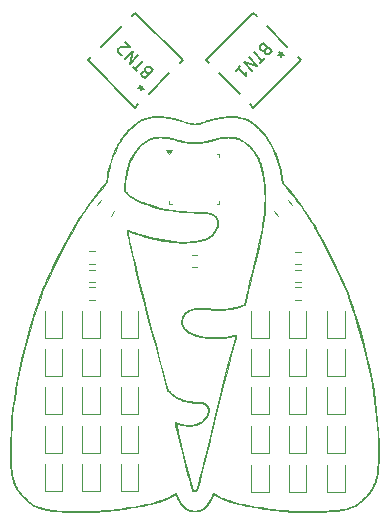
<source format=gbr>
%TF.GenerationSoftware,KiCad,Pcbnew,8.0.3*%
%TF.CreationDate,2024-08-14T20:25:55-04:00*%
%TF.ProjectId,KarmothDiceRoller_V1,4b61726d-6f74-4684-9469-6365526f6c6c,rev?*%
%TF.SameCoordinates,Original*%
%TF.FileFunction,Legend,Top*%
%TF.FilePolarity,Positive*%
%FSLAX46Y46*%
G04 Gerber Fmt 4.6, Leading zero omitted, Abs format (unit mm)*
G04 Created by KiCad (PCBNEW 8.0.3) date 2024-08-14 20:25:55*
%MOMM*%
%LPD*%
G01*
G04 APERTURE LIST*
%ADD10C,0.100000*%
%ADD11C,0.150000*%
%ADD12C,0.152400*%
%ADD13C,0.120000*%
G04 APERTURE END LIST*
D10*
X98250020Y-70243856D02*
X98348254Y-70245081D01*
X98430235Y-70247419D01*
X98499662Y-70251126D01*
X98560231Y-70256461D01*
X98615641Y-70263680D01*
X98669589Y-70273041D01*
X98725772Y-70284801D01*
X99088989Y-70365246D01*
X99125003Y-70373854D01*
X99162374Y-70384107D01*
X99200975Y-70395948D01*
X99240683Y-70409321D01*
X99281372Y-70424169D01*
X99322918Y-70440436D01*
X99365197Y-70458066D01*
X99408084Y-70477001D01*
X99451453Y-70497186D01*
X99495181Y-70518563D01*
X99539143Y-70541077D01*
X99583214Y-70564670D01*
X99627270Y-70589286D01*
X99671186Y-70614869D01*
X99714837Y-70641363D01*
X99758098Y-70668709D01*
X99823724Y-70712688D01*
X99893524Y-70762522D01*
X99966765Y-70817544D01*
X100042710Y-70877088D01*
X100199776Y-71007077D01*
X100358840Y-71147156D01*
X100514022Y-71291995D01*
X100659442Y-71436261D01*
X100726653Y-71506513D01*
X100789219Y-71574622D01*
X100846404Y-71639922D01*
X100897473Y-71701747D01*
X101039663Y-71888877D01*
X101177843Y-72088442D01*
X101311551Y-72299290D01*
X101440328Y-72520271D01*
X101563712Y-72750232D01*
X101681244Y-72988021D01*
X101792463Y-73232486D01*
X101896907Y-73482477D01*
X101994118Y-73736840D01*
X102083633Y-73994425D01*
X102164993Y-74254079D01*
X102237738Y-74514650D01*
X102301405Y-74774988D01*
X102355536Y-75033939D01*
X102399670Y-75290353D01*
X102433345Y-75543077D01*
X102442250Y-75620068D01*
X102450085Y-75679844D01*
X102453941Y-75704377D01*
X102457936Y-75725926D01*
X102462205Y-75744932D01*
X102466886Y-75761834D01*
X102472113Y-75777073D01*
X102478022Y-75791088D01*
X102484749Y-75804319D01*
X102492429Y-75817207D01*
X102501198Y-75830192D01*
X102511191Y-75843713D01*
X102535395Y-75874124D01*
X102966308Y-76400616D01*
X103226565Y-76724393D01*
X103497312Y-77072557D01*
X103770884Y-77434545D01*
X104039613Y-77799793D01*
X104295831Y-78157740D01*
X104531871Y-78497822D01*
X104740066Y-78809477D01*
X104912748Y-79082141D01*
X104969263Y-79175580D01*
X105026429Y-79272574D01*
X105091679Y-79386513D01*
X105172445Y-79530783D01*
X105276163Y-79718775D01*
X105410265Y-79963874D01*
X105799355Y-80678952D01*
X106117246Y-81266841D01*
X106239866Y-81497790D01*
X106352777Y-81714979D01*
X106592998Y-82192790D01*
X106924960Y-82869701D01*
X107364072Y-83777365D01*
X107526580Y-84123750D01*
X107662580Y-84424608D01*
X107780711Y-84699515D01*
X107889616Y-84968050D01*
X107997935Y-85249791D01*
X108114309Y-85564315D01*
X108265237Y-85984938D01*
X108406421Y-86395883D01*
X108543031Y-86814274D01*
X108680241Y-87257234D01*
X108823222Y-87741885D01*
X108977146Y-88285349D01*
X109338511Y-89617209D01*
X109646468Y-90801517D01*
X109768363Y-91297714D01*
X109873105Y-91748813D01*
X109963868Y-92168966D01*
X110043830Y-92572329D01*
X110116166Y-92973055D01*
X110184053Y-93385298D01*
X110306319Y-94243718D01*
X110410865Y-95146160D01*
X110496077Y-96065516D01*
X110560343Y-96974680D01*
X110602051Y-97846546D01*
X110619587Y-98654006D01*
X110611338Y-99369954D01*
X110575691Y-99967283D01*
X110547340Y-100232530D01*
X110514226Y-100472750D01*
X110495551Y-100584786D01*
X110475286Y-100692137D01*
X110453300Y-100795329D01*
X110429458Y-100894884D01*
X110403629Y-100991328D01*
X110375679Y-101085184D01*
X110345476Y-101176977D01*
X110312886Y-101267231D01*
X110277778Y-101356470D01*
X110240017Y-101445218D01*
X110199472Y-101533999D01*
X110156008Y-101623338D01*
X110115981Y-101700760D01*
X110074403Y-101776093D01*
X110030972Y-101849703D01*
X109985384Y-101921953D01*
X109937334Y-101993205D01*
X109886519Y-102063824D01*
X109832635Y-102134173D01*
X109775377Y-102204615D01*
X109714441Y-102275515D01*
X109649525Y-102347235D01*
X109580323Y-102420139D01*
X109506531Y-102494590D01*
X109427846Y-102570953D01*
X109343964Y-102649591D01*
X109254581Y-102730866D01*
X109159392Y-102815143D01*
X109050143Y-102909614D01*
X108953324Y-102990924D01*
X108868011Y-103059753D01*
X108793280Y-103116781D01*
X108728206Y-103162691D01*
X108699002Y-103181688D01*
X108671866Y-103198161D01*
X108646682Y-103212195D01*
X108623335Y-103223874D01*
X108601710Y-103233283D01*
X108581690Y-103240508D01*
X108563506Y-103246774D01*
X108538792Y-103255964D01*
X108474156Y-103281353D01*
X108396543Y-103313155D01*
X108314713Y-103347847D01*
X108260737Y-103369843D01*
X108200096Y-103392205D01*
X108061406Y-103437411D01*
X107903822Y-103482231D01*
X107732522Y-103525435D01*
X107552685Y-103565789D01*
X107369487Y-103602062D01*
X107188107Y-103633020D01*
X107013723Y-103657432D01*
X106863377Y-103673744D01*
X106694510Y-103687692D01*
X106499922Y-103699546D01*
X106272410Y-103709576D01*
X106004771Y-103718050D01*
X105689805Y-103725237D01*
X104889080Y-103736828D01*
X104179559Y-103743470D01*
X103929428Y-103742921D01*
X103710281Y-103738615D01*
X103493043Y-103729671D01*
X103248637Y-103715208D01*
X102562018Y-103666192D01*
X102442273Y-103656495D01*
X102310569Y-103644315D01*
X102182882Y-103631210D01*
X102075184Y-103618740D01*
X101806890Y-103586992D01*
X101476316Y-103550290D01*
X101244754Y-103521170D01*
X100933175Y-103475970D01*
X100174709Y-103354817D01*
X99410403Y-103221798D01*
X99091526Y-103161765D01*
X98849746Y-103111877D01*
X98667246Y-103069606D01*
X98488379Y-103025001D01*
X98313845Y-102978268D01*
X98144343Y-102929616D01*
X97980573Y-102879252D01*
X97823235Y-102827385D01*
X97673027Y-102774222D01*
X97530651Y-102719972D01*
X97417062Y-102674275D01*
X97315938Y-102631859D01*
X97224071Y-102591156D01*
X97138250Y-102550596D01*
X97055268Y-102508611D01*
X96971915Y-102463630D01*
X96884984Y-102414085D01*
X96791265Y-102358407D01*
X96716530Y-102313990D01*
X96654713Y-102278567D01*
X96630656Y-102265350D01*
X96612238Y-102255728D01*
X96600259Y-102250148D01*
X96596936Y-102249015D01*
X96595525Y-102249061D01*
X96592986Y-102254387D01*
X96587333Y-102267182D01*
X96568116Y-102311825D01*
X96540728Y-102376274D01*
X96508029Y-102453814D01*
X96469244Y-102542073D01*
X96426665Y-102631708D01*
X96381231Y-102721037D01*
X96333881Y-102808381D01*
X96285557Y-102892059D01*
X96237198Y-102970391D01*
X96189743Y-103041697D01*
X96144133Y-103104296D01*
X96117252Y-103138132D01*
X96088565Y-103172154D01*
X96058280Y-103206183D01*
X96026603Y-103240038D01*
X95993743Y-103273537D01*
X95959906Y-103306501D01*
X95925301Y-103338747D01*
X95890134Y-103370096D01*
X95854613Y-103400367D01*
X95818945Y-103429378D01*
X95783339Y-103456949D01*
X95748000Y-103482899D01*
X95713137Y-103507048D01*
X95678957Y-103529214D01*
X95645667Y-103549217D01*
X95613474Y-103566876D01*
X95576310Y-103585674D01*
X95540068Y-103602873D01*
X95504511Y-103618526D01*
X95469402Y-103632685D01*
X95434503Y-103645406D01*
X95399578Y-103656740D01*
X95364388Y-103666741D01*
X95328697Y-103675463D01*
X95292267Y-103682959D01*
X95254860Y-103689282D01*
X95216240Y-103694487D01*
X95176169Y-103698625D01*
X95134409Y-103701750D01*
X95090723Y-103703917D01*
X95044874Y-103705178D01*
X94996625Y-103705586D01*
X94948376Y-103705178D01*
X94902527Y-103703917D01*
X94858841Y-103701750D01*
X94817081Y-103698625D01*
X94777010Y-103694487D01*
X94738390Y-103689282D01*
X94700983Y-103682959D01*
X94664552Y-103675463D01*
X94628861Y-103666741D01*
X94593671Y-103656740D01*
X94558746Y-103645406D01*
X94523847Y-103632685D01*
X94488738Y-103618526D01*
X94453181Y-103602873D01*
X94416939Y-103585674D01*
X94379774Y-103566876D01*
X94347582Y-103549217D01*
X94314293Y-103529214D01*
X94280113Y-103507048D01*
X94245250Y-103482899D01*
X94209911Y-103456949D01*
X94174305Y-103429378D01*
X94138637Y-103400367D01*
X94103116Y-103370096D01*
X94067949Y-103338747D01*
X94033343Y-103306501D01*
X93999507Y-103273537D01*
X93966646Y-103240038D01*
X93934969Y-103206183D01*
X93904684Y-103172154D01*
X93875996Y-103138132D01*
X93849115Y-103104296D01*
X93826600Y-103074191D01*
X93803506Y-103041698D01*
X93756052Y-102970393D01*
X93707692Y-102892061D01*
X93659368Y-102808382D01*
X93612019Y-102721038D01*
X93566585Y-102631708D01*
X93524005Y-102542073D01*
X93485222Y-102453814D01*
X93425118Y-102311820D01*
X93405897Y-102267177D01*
X93397726Y-102249061D01*
X93397265Y-102248887D01*
X93396314Y-102249014D01*
X93392991Y-102250146D01*
X93387857Y-102252402D01*
X93381013Y-102255725D01*
X93362594Y-102265347D01*
X93338537Y-102278564D01*
X93309645Y-102294928D01*
X93276721Y-102313989D01*
X93240567Y-102335298D01*
X93201986Y-102358407D01*
X93108267Y-102414085D01*
X93021336Y-102463630D01*
X92937983Y-102508611D01*
X92855001Y-102550596D01*
X92769180Y-102591156D01*
X92677312Y-102631859D01*
X92576188Y-102674275D01*
X92462600Y-102719972D01*
X92320222Y-102774222D01*
X92170015Y-102827385D01*
X92012676Y-102879251D01*
X91848906Y-102929614D01*
X91679404Y-102978266D01*
X91504870Y-103024999D01*
X91326003Y-103069605D01*
X91143502Y-103111877D01*
X90902210Y-103161660D01*
X90583678Y-103221630D01*
X89819640Y-103354635D01*
X89060891Y-103475910D01*
X88748969Y-103521217D01*
X88516932Y-103550472D01*
X88188114Y-103587295D01*
X87924039Y-103619048D01*
X87805130Y-103632346D01*
X87642497Y-103647747D01*
X87457546Y-103663342D01*
X87271682Y-103677222D01*
X86584142Y-103726134D01*
X86449017Y-103732905D01*
X86256107Y-103737676D01*
X85721408Y-103741234D01*
X85029009Y-103736840D01*
X84227869Y-103724524D01*
X84227873Y-103724555D01*
X83925009Y-103717510D01*
X83660889Y-103708609D01*
X83429501Y-103697365D01*
X83224835Y-103683291D01*
X83040879Y-103665899D01*
X82871623Y-103644704D01*
X82711056Y-103619218D01*
X82553167Y-103588954D01*
X82403588Y-103557105D01*
X82266684Y-103526068D01*
X82141868Y-103495683D01*
X82028551Y-103465785D01*
X81926148Y-103436215D01*
X81834070Y-103406810D01*
X81751730Y-103377408D01*
X81678541Y-103347847D01*
X81596711Y-103313155D01*
X81519098Y-103281353D01*
X81454462Y-103255964D01*
X81429749Y-103246774D01*
X81411564Y-103240508D01*
X81391544Y-103233283D01*
X81369918Y-103223874D01*
X81346570Y-103212195D01*
X81321386Y-103198161D01*
X81294250Y-103181688D01*
X81265046Y-103162691D01*
X81233659Y-103141084D01*
X81199973Y-103116781D01*
X81163872Y-103089700D01*
X81125242Y-103059753D01*
X81083966Y-103026856D01*
X81039930Y-102990924D01*
X80943111Y-102909614D01*
X80833863Y-102815143D01*
X80738674Y-102730866D01*
X80649291Y-102649590D01*
X80565408Y-102570953D01*
X80486723Y-102494590D01*
X80412931Y-102420138D01*
X80343729Y-102347234D01*
X80278812Y-102275513D01*
X80217876Y-102204614D01*
X80160618Y-102134171D01*
X80106733Y-102063822D01*
X80055918Y-101993204D01*
X80007868Y-101921951D01*
X79962280Y-101849702D01*
X79918849Y-101776092D01*
X79877272Y-101700759D01*
X79837244Y-101623338D01*
X79793782Y-101533999D01*
X79753237Y-101445218D01*
X79715476Y-101356470D01*
X79680368Y-101267231D01*
X79647779Y-101176977D01*
X79617576Y-101085184D01*
X79589626Y-100991328D01*
X79563797Y-100894884D01*
X79539955Y-100795329D01*
X79517969Y-100692137D01*
X79497704Y-100584786D01*
X79479029Y-100472750D01*
X79461810Y-100355506D01*
X79445915Y-100232530D01*
X79417564Y-99967283D01*
X79396215Y-99685139D01*
X79381918Y-99369953D01*
X79375688Y-98829225D01*
X79436574Y-98829225D01*
X79441407Y-99155764D01*
X79452473Y-99469398D01*
X79469627Y-99766984D01*
X79492725Y-100045377D01*
X79521620Y-100301432D01*
X79556167Y-100532003D01*
X79582607Y-100671983D01*
X79613141Y-100808505D01*
X79647802Y-100941632D01*
X79686621Y-101071429D01*
X79729631Y-101197959D01*
X79776863Y-101321286D01*
X79828349Y-101441472D01*
X79884121Y-101558583D01*
X79944211Y-101672682D01*
X80008651Y-101783832D01*
X80077474Y-101892098D01*
X80150710Y-101997542D01*
X80228391Y-102100229D01*
X80310551Y-102200223D01*
X80397220Y-102297586D01*
X80488430Y-102392383D01*
X80590818Y-102492593D01*
X80701138Y-102596656D01*
X80815065Y-102700792D01*
X80928273Y-102801223D01*
X81036437Y-102894170D01*
X81135231Y-102975855D01*
X81220329Y-103042498D01*
X81287405Y-103090321D01*
X81356268Y-103132035D01*
X81435088Y-103173535D01*
X81523066Y-103214598D01*
X81619407Y-103255002D01*
X81723311Y-103294524D01*
X81833981Y-103332941D01*
X81950621Y-103370031D01*
X82072431Y-103405569D01*
X82198615Y-103439334D01*
X82328376Y-103471102D01*
X82460914Y-103500651D01*
X82595434Y-103527758D01*
X82731137Y-103552200D01*
X82867227Y-103573754D01*
X83002904Y-103592196D01*
X83137372Y-103607306D01*
X83488751Y-103633834D01*
X83935335Y-103654476D01*
X84446785Y-103668969D01*
X84992764Y-103677051D01*
X85542932Y-103678458D01*
X86066953Y-103672928D01*
X86534488Y-103660199D01*
X86915199Y-103640007D01*
X86915194Y-103640011D01*
X87277014Y-103611558D01*
X87629845Y-103579846D01*
X87977298Y-103544441D01*
X88322982Y-103504907D01*
X88670508Y-103460808D01*
X89023487Y-103411709D01*
X89385527Y-103357174D01*
X89760240Y-103296769D01*
X90190698Y-103223854D01*
X90562267Y-103157511D01*
X90884592Y-103095594D01*
X91167317Y-103035957D01*
X91420086Y-102976456D01*
X91652543Y-102914943D01*
X91874333Y-102849275D01*
X92095100Y-102777304D01*
X92268763Y-102716741D01*
X92426231Y-102658147D01*
X92570872Y-102599978D01*
X92706052Y-102540689D01*
X92835135Y-102478736D01*
X92961489Y-102412575D01*
X93088480Y-102340661D01*
X93219472Y-102261450D01*
X93250450Y-102242630D01*
X93280710Y-102225073D01*
X93309495Y-102209163D01*
X93336043Y-102195284D01*
X93359595Y-102183820D01*
X93379392Y-102175156D01*
X93387645Y-102171993D01*
X93394674Y-102169675D01*
X93400385Y-102168249D01*
X93404682Y-102167763D01*
X93407069Y-102167921D01*
X93409500Y-102168401D01*
X93411981Y-102169208D01*
X93414515Y-102170351D01*
X93417107Y-102171837D01*
X93419760Y-102173672D01*
X93422480Y-102175864D01*
X93425269Y-102178420D01*
X93428134Y-102181347D01*
X93431077Y-102184651D01*
X93434103Y-102188341D01*
X93437217Y-102192423D01*
X93440422Y-102196904D01*
X93443724Y-102201792D01*
X93447125Y-102207093D01*
X93450631Y-102212815D01*
X93454245Y-102218964D01*
X93457972Y-102225549D01*
X93465783Y-102240050D01*
X93474096Y-102256376D01*
X93482946Y-102274584D01*
X93492367Y-102294730D01*
X93502392Y-102316870D01*
X93513057Y-102341063D01*
X93524395Y-102367364D01*
X93590308Y-102516248D01*
X93622679Y-102585010D01*
X93654858Y-102650299D01*
X93686991Y-102712351D01*
X93719229Y-102771400D01*
X93751719Y-102827682D01*
X93784610Y-102881433D01*
X93818050Y-102932887D01*
X93852187Y-102982280D01*
X93887170Y-103029848D01*
X93923148Y-103075825D01*
X93960267Y-103120447D01*
X93998678Y-103163949D01*
X94038527Y-103206566D01*
X94079964Y-103248534D01*
X94133845Y-103300090D01*
X94186839Y-103347437D01*
X94239231Y-103390697D01*
X94291312Y-103429992D01*
X94343368Y-103465443D01*
X94395686Y-103497173D01*
X94448555Y-103525303D01*
X94502263Y-103549955D01*
X94557097Y-103571250D01*
X94613344Y-103589311D01*
X94671293Y-103604259D01*
X94731230Y-103616216D01*
X94793445Y-103625304D01*
X94858224Y-103631645D01*
X94925856Y-103635360D01*
X94996627Y-103636571D01*
X95067398Y-103635360D01*
X95135029Y-103631645D01*
X95199807Y-103625304D01*
X95262022Y-103616216D01*
X95321959Y-103604259D01*
X95379908Y-103589311D01*
X95436155Y-103571250D01*
X95490989Y-103549955D01*
X95544696Y-103525303D01*
X95597565Y-103497173D01*
X95649884Y-103465443D01*
X95701940Y-103429992D01*
X95754020Y-103390697D01*
X95806413Y-103347437D01*
X95859407Y-103300090D01*
X95913288Y-103248534D01*
X95954725Y-103206567D01*
X95994575Y-103163950D01*
X96032986Y-103120448D01*
X96070105Y-103075827D01*
X96106083Y-103029850D01*
X96141066Y-102982283D01*
X96175203Y-102932890D01*
X96208643Y-102881436D01*
X96241534Y-102827685D01*
X96274024Y-102771403D01*
X96306262Y-102712353D01*
X96338395Y-102650301D01*
X96370574Y-102585012D01*
X96402945Y-102516249D01*
X96435657Y-102443778D01*
X96468859Y-102367364D01*
X96490861Y-102316870D01*
X96510308Y-102274584D01*
X96527471Y-102240050D01*
X96535281Y-102225549D01*
X96542622Y-102212815D01*
X96549529Y-102201792D01*
X96556036Y-102192423D01*
X96562176Y-102184651D01*
X96567984Y-102178420D01*
X96573493Y-102173672D01*
X96578738Y-102170351D01*
X96583753Y-102168401D01*
X96588572Y-102167763D01*
X96592868Y-102168249D01*
X96598578Y-102169675D01*
X96605607Y-102171993D01*
X96613860Y-102175156D01*
X96623241Y-102179114D01*
X96633657Y-102183820D01*
X96645011Y-102189226D01*
X96657209Y-102195284D01*
X96683758Y-102209163D01*
X96712542Y-102225073D01*
X96742803Y-102242630D01*
X96773780Y-102261450D01*
X96904773Y-102340661D01*
X97031763Y-102412575D01*
X97158118Y-102478736D01*
X97287201Y-102540689D01*
X97422381Y-102599978D01*
X97567022Y-102658147D01*
X97724491Y-102716741D01*
X97898154Y-102777304D01*
X98118906Y-102849269D01*
X98340686Y-102914934D01*
X98573130Y-102976444D01*
X98825876Y-103035942D01*
X99108561Y-103095573D01*
X99430820Y-103157481D01*
X99802292Y-103223809D01*
X100232612Y-103296702D01*
X100610483Y-103357619D01*
X100975001Y-103412517D01*
X101330018Y-103461860D01*
X101679391Y-103506112D01*
X102026974Y-103545737D01*
X102376622Y-103581198D01*
X102732190Y-103612959D01*
X103097532Y-103641485D01*
X103473860Y-103660202D01*
X103954663Y-103671239D01*
X104502297Y-103675012D01*
X105079119Y-103671933D01*
X105647486Y-103662417D01*
X106169754Y-103646879D01*
X106608281Y-103625731D01*
X106925424Y-103599388D01*
X107198852Y-103561595D01*
X107466262Y-103513984D01*
X107723397Y-103457772D01*
X107965996Y-103394177D01*
X108189800Y-103324417D01*
X108293323Y-103287606D01*
X108390550Y-103249709D01*
X108480949Y-103210881D01*
X108563988Y-103171272D01*
X108639133Y-103131034D01*
X108705853Y-103090321D01*
X108736851Y-103069009D01*
X108772898Y-103042519D01*
X108857974Y-102975893D01*
X108956760Y-102894217D01*
X109064934Y-102801268D01*
X109178174Y-102700818D01*
X109292158Y-102596645D01*
X109402563Y-102492522D01*
X109505069Y-102392225D01*
X109605978Y-102287025D01*
X109701132Y-102178949D01*
X109790615Y-102067810D01*
X109874512Y-101953422D01*
X109952909Y-101835598D01*
X110025891Y-101714152D01*
X110093542Y-101588896D01*
X110155947Y-101459644D01*
X110213193Y-101326209D01*
X110265363Y-101188406D01*
X110312542Y-101046046D01*
X110354816Y-100898944D01*
X110392269Y-100746912D01*
X110424988Y-100589765D01*
X110453055Y-100427315D01*
X110476558Y-100259377D01*
X110500593Y-100036498D01*
X110519955Y-99792780D01*
X110544808Y-99248050D01*
X110551421Y-98635629D01*
X110540097Y-97965961D01*
X110511139Y-97249490D01*
X110464852Y-96496658D01*
X110401537Y-95717909D01*
X110321500Y-94923686D01*
X110242600Y-94257564D01*
X110156358Y-93634011D01*
X110057567Y-93027284D01*
X109941019Y-92411640D01*
X109801508Y-91761337D01*
X109633827Y-91050633D01*
X109432768Y-90253784D01*
X109193126Y-89345049D01*
X108886259Y-88221073D01*
X108625184Y-87320224D01*
X108502225Y-86921679D01*
X108379201Y-86540765D01*
X108117608Y-85780958D01*
X107997001Y-85446991D01*
X107886087Y-85151340D01*
X107776211Y-84874046D01*
X107658718Y-84595153D01*
X107524952Y-84294702D01*
X107366258Y-83952736D01*
X107173979Y-83549296D01*
X106939462Y-83064427D01*
X106585634Y-82338686D01*
X106334958Y-81837072D01*
X106094166Y-81377106D01*
X105769991Y-80776310D01*
X105157579Y-79652318D01*
X105006173Y-79382165D01*
X104897422Y-79196990D01*
X104717223Y-78909285D01*
X104501982Y-78584495D01*
X104258288Y-78231704D01*
X103992727Y-77859993D01*
X103711888Y-77478445D01*
X103422360Y-77096142D01*
X103130730Y-76722166D01*
X102843587Y-76365600D01*
X102678097Y-76162156D01*
X102540248Y-75989703D01*
X102444430Y-75866450D01*
X102416780Y-75828965D01*
X102405034Y-75810609D01*
X102403290Y-75805229D01*
X102401268Y-75797223D01*
X102396486Y-75773978D01*
X102390883Y-75742152D01*
X102384653Y-75703022D01*
X102377994Y-75657868D01*
X102371101Y-75607966D01*
X102364170Y-75554596D01*
X102357395Y-75499036D01*
X102324841Y-75263066D01*
X102282544Y-75022888D01*
X102230949Y-74779625D01*
X102170497Y-74534399D01*
X102101633Y-74288333D01*
X102024800Y-74042550D01*
X101940441Y-73798173D01*
X101849000Y-73556324D01*
X101750919Y-73318126D01*
X101646641Y-73084702D01*
X101536612Y-72857174D01*
X101421272Y-72636666D01*
X101301066Y-72424300D01*
X101176437Y-72221200D01*
X101047829Y-72028486D01*
X100915684Y-71847284D01*
X100813161Y-71718237D01*
X100704960Y-71591735D01*
X100591872Y-71468379D01*
X100474690Y-71348768D01*
X100354204Y-71233502D01*
X100231207Y-71123182D01*
X100106491Y-71018408D01*
X99980848Y-70919779D01*
X99855069Y-70827896D01*
X99729947Y-70743358D01*
X99606273Y-70666767D01*
X99484840Y-70598721D01*
X99366439Y-70539822D01*
X99251862Y-70490668D01*
X99141901Y-70451860D01*
X99037348Y-70423999D01*
X98730424Y-70356483D01*
X98685058Y-70347012D01*
X98637940Y-70338369D01*
X98539003Y-70323594D01*
X98434723Y-70312221D01*
X98326209Y-70304311D01*
X98214570Y-70299926D01*
X98100914Y-70299129D01*
X97986351Y-70301980D01*
X97871990Y-70308543D01*
X97684493Y-70324263D01*
X97509928Y-70343092D01*
X97342807Y-70366057D01*
X97177645Y-70394182D01*
X97008954Y-70428496D01*
X96831249Y-70470023D01*
X96639041Y-70519790D01*
X96426845Y-70578823D01*
X95769172Y-70764928D01*
X95546214Y-70825534D01*
X95377389Y-70868465D01*
X95250358Y-70896690D01*
X95152781Y-70913176D01*
X95072318Y-70920892D01*
X94996630Y-70922804D01*
X94958613Y-70922388D01*
X94920943Y-70920892D01*
X94882080Y-70917945D01*
X94840481Y-70913176D01*
X94794602Y-70906215D01*
X94742903Y-70896690D01*
X94683840Y-70884230D01*
X94615872Y-70868465D01*
X94537455Y-70849023D01*
X94447047Y-70825534D01*
X94343105Y-70797626D01*
X94224089Y-70764928D01*
X93934658Y-70683681D01*
X93566416Y-70578823D01*
X93354219Y-70519790D01*
X93162012Y-70470023D01*
X92984306Y-70428496D01*
X92815615Y-70394182D01*
X92650453Y-70366057D01*
X92483333Y-70343092D01*
X92308767Y-70324263D01*
X92121269Y-70308543D01*
X92006908Y-70301980D01*
X91892345Y-70299129D01*
X91778689Y-70299927D01*
X91667050Y-70304311D01*
X91558536Y-70312221D01*
X91454256Y-70323595D01*
X91355320Y-70338369D01*
X91262836Y-70356483D01*
X90955913Y-70423999D01*
X90851360Y-70451860D01*
X90741399Y-70490668D01*
X90626822Y-70539821D01*
X90508421Y-70598721D01*
X90386988Y-70666767D01*
X90263314Y-70743358D01*
X90138192Y-70827895D01*
X90012413Y-70919778D01*
X89886770Y-71018407D01*
X89762054Y-71123181D01*
X89639057Y-71233501D01*
X89518571Y-71348767D01*
X89401389Y-71468378D01*
X89288301Y-71591735D01*
X89180100Y-71718237D01*
X89077579Y-71847284D01*
X88945433Y-72028486D01*
X88816825Y-72221200D01*
X88692196Y-72424301D01*
X88571990Y-72636667D01*
X88456650Y-72857175D01*
X88346620Y-73084702D01*
X88242343Y-73318126D01*
X88144262Y-73556324D01*
X88052820Y-73798173D01*
X87968461Y-74042551D01*
X87891628Y-74288334D01*
X87822764Y-74534400D01*
X87762313Y-74779625D01*
X87710717Y-75022889D01*
X87668420Y-75263066D01*
X87635865Y-75499036D01*
X87622160Y-75607965D01*
X87608609Y-75703020D01*
X87602380Y-75742149D01*
X87596777Y-75773976D01*
X87591993Y-75797222D01*
X87588225Y-75810609D01*
X87584453Y-75817253D01*
X87576479Y-75828963D01*
X87548829Y-75866447D01*
X87507073Y-75920785D01*
X87453010Y-75989700D01*
X87388440Y-76070915D01*
X87315161Y-76162155D01*
X87149670Y-76365600D01*
X86984350Y-76569050D01*
X86821185Y-76773508D01*
X86659519Y-76979833D01*
X86498699Y-77188883D01*
X86338069Y-77401518D01*
X86176975Y-77618596D01*
X86014762Y-77840975D01*
X85850775Y-78069516D01*
X85673269Y-78320851D01*
X85516528Y-78547455D01*
X85376391Y-78755867D01*
X85248699Y-78952628D01*
X85129291Y-79144278D01*
X85014006Y-79337356D01*
X84898683Y-79538404D01*
X84779162Y-79753960D01*
X84152221Y-80907845D01*
X83716220Y-81720764D01*
X83452269Y-82248939D01*
X83046748Y-83079537D01*
X82651679Y-83899192D01*
X82419086Y-84394539D01*
X82275220Y-84733982D01*
X82124489Y-85113149D01*
X81969621Y-85524269D01*
X81813341Y-85959571D01*
X81658377Y-86411283D01*
X81507455Y-86871636D01*
X81363302Y-87332858D01*
X81228645Y-87787179D01*
X80919260Y-88897725D01*
X80601005Y-90097672D01*
X80322078Y-91201117D01*
X80130676Y-92022158D01*
X79996124Y-92700302D01*
X79875262Y-93406287D01*
X79768245Y-94138740D01*
X79675226Y-94896290D01*
X79596357Y-95677565D01*
X79531793Y-96481192D01*
X79481686Y-97305800D01*
X79446189Y-98150017D01*
X79438120Y-98492928D01*
X79436574Y-98829225D01*
X79375688Y-98829225D01*
X79373669Y-98654004D01*
X79391205Y-97846544D01*
X79432913Y-96974679D01*
X79497180Y-96065515D01*
X79582393Y-95146159D01*
X79686938Y-94243718D01*
X79809204Y-93385298D01*
X79877090Y-92973054D01*
X79949426Y-92572328D01*
X80029388Y-92168965D01*
X80120151Y-91748811D01*
X80224892Y-91297713D01*
X80346788Y-90801516D01*
X80489013Y-90246066D01*
X80654745Y-89617209D01*
X81016111Y-88285349D01*
X81313016Y-87257234D01*
X81450226Y-86814274D01*
X81586837Y-86395883D01*
X81728020Y-85984938D01*
X81878948Y-85564315D01*
X81995322Y-85249791D01*
X82103641Y-84968050D01*
X82212545Y-84699515D01*
X82330676Y-84424608D01*
X82466676Y-84123750D01*
X82629184Y-83777365D01*
X82826844Y-83365875D01*
X83068295Y-82869701D01*
X83400259Y-82192790D01*
X83640481Y-81714979D01*
X83876012Y-81266841D01*
X84193901Y-80678952D01*
X84820813Y-79530783D01*
X84966829Y-79272574D01*
X85080510Y-79082141D01*
X85253193Y-78809477D01*
X85461389Y-78497822D01*
X85697429Y-78157740D01*
X85953647Y-77799793D01*
X86222376Y-77434544D01*
X86495948Y-77072556D01*
X86766696Y-76724392D01*
X87026953Y-76400614D01*
X87457864Y-75874123D01*
X87470714Y-75858209D01*
X87482068Y-75843711D01*
X87492062Y-75830190D01*
X87500831Y-75817206D01*
X87504798Y-75810777D01*
X87508511Y-75804318D01*
X87511985Y-75797772D01*
X87515238Y-75791086D01*
X87518286Y-75784204D01*
X87521147Y-75777071D01*
X87523837Y-75769632D01*
X87526374Y-75761833D01*
X87528774Y-75753617D01*
X87531054Y-75744930D01*
X87533232Y-75735718D01*
X87535324Y-75725925D01*
X87539319Y-75704375D01*
X87543174Y-75679843D01*
X87547026Y-75651886D01*
X87551009Y-75620066D01*
X87559914Y-75543075D01*
X87593590Y-75290351D01*
X87637724Y-75033938D01*
X87691855Y-74774987D01*
X87755523Y-74514650D01*
X87828268Y-74254078D01*
X87909628Y-73994424D01*
X87999143Y-73736840D01*
X88096354Y-73482477D01*
X88200798Y-73232486D01*
X88312017Y-72988021D01*
X88429548Y-72750232D01*
X88552932Y-72520271D01*
X88681709Y-72299290D01*
X88815417Y-72088442D01*
X88953596Y-71888877D01*
X89095786Y-71701747D01*
X89146855Y-71639922D01*
X89204039Y-71574622D01*
X89266605Y-71506513D01*
X89333816Y-71436261D01*
X89404938Y-71364532D01*
X89479236Y-71291995D01*
X89634418Y-71147156D01*
X89793482Y-71007077D01*
X89872632Y-70940488D01*
X89950548Y-70877088D01*
X90026493Y-70817544D01*
X90099734Y-70762522D01*
X90169535Y-70712688D01*
X90235161Y-70668709D01*
X90322073Y-70614869D01*
X90410045Y-70564670D01*
X90498078Y-70518563D01*
X90585176Y-70477001D01*
X90670342Y-70440436D01*
X90711888Y-70424168D01*
X90752577Y-70409320D01*
X90792285Y-70395947D01*
X90830886Y-70384106D01*
X90868256Y-70373854D01*
X90904270Y-70365246D01*
X91267485Y-70284801D01*
X91323669Y-70273041D01*
X91350691Y-70268076D01*
X91377617Y-70263679D01*
X91404908Y-70259818D01*
X91433027Y-70256460D01*
X91462435Y-70253572D01*
X91493596Y-70251124D01*
X91526971Y-70249083D01*
X91563023Y-70247417D01*
X91645004Y-70245079D01*
X91743238Y-70243854D01*
X91861422Y-70243485D01*
X92074941Y-70246305D01*
X92274604Y-70255456D01*
X92371108Y-70262690D01*
X92466393Y-70271845D01*
X92561204Y-70283037D01*
X92656292Y-70296378D01*
X92752402Y-70311982D01*
X92850284Y-70329961D01*
X93054353Y-70373500D01*
X93274483Y-70427900D01*
X93516656Y-70494068D01*
X94215326Y-70690601D01*
X94631799Y-70801817D01*
X94763779Y-70832793D01*
X94860693Y-70851272D01*
X94934368Y-70860201D01*
X94996630Y-70862523D01*
X95027074Y-70862003D01*
X95058892Y-70860201D01*
X95093564Y-70856747D01*
X95132566Y-70851272D01*
X95177379Y-70843411D01*
X95229480Y-70832793D01*
X95290348Y-70819052D01*
X95361461Y-70801818D01*
X95444297Y-70780724D01*
X95540336Y-70755402D01*
X95777933Y-70690602D01*
X96086079Y-70604472D01*
X96476603Y-70494068D01*
X96718777Y-70427899D01*
X96938907Y-70373498D01*
X97142976Y-70329959D01*
X97336968Y-70296375D01*
X97526867Y-70271842D01*
X97718655Y-70255453D01*
X97918318Y-70246303D01*
X98131837Y-70243485D01*
X98250020Y-70243856D01*
G36*
X98250020Y-70243856D02*
G01*
X98348254Y-70245081D01*
X98430235Y-70247419D01*
X98499662Y-70251126D01*
X98560231Y-70256461D01*
X98615641Y-70263680D01*
X98669589Y-70273041D01*
X98725772Y-70284801D01*
X99088989Y-70365246D01*
X99125003Y-70373854D01*
X99162374Y-70384107D01*
X99200975Y-70395948D01*
X99240683Y-70409321D01*
X99281372Y-70424169D01*
X99322918Y-70440436D01*
X99365197Y-70458066D01*
X99408084Y-70477001D01*
X99451453Y-70497186D01*
X99495181Y-70518563D01*
X99539143Y-70541077D01*
X99583214Y-70564670D01*
X99627270Y-70589286D01*
X99671186Y-70614869D01*
X99714837Y-70641363D01*
X99758098Y-70668709D01*
X99823724Y-70712688D01*
X99893524Y-70762522D01*
X99966765Y-70817544D01*
X100042710Y-70877088D01*
X100199776Y-71007077D01*
X100358840Y-71147156D01*
X100514022Y-71291995D01*
X100659442Y-71436261D01*
X100726653Y-71506513D01*
X100789219Y-71574622D01*
X100846404Y-71639922D01*
X100897473Y-71701747D01*
X101039663Y-71888877D01*
X101177843Y-72088442D01*
X101311551Y-72299290D01*
X101440328Y-72520271D01*
X101563712Y-72750232D01*
X101681244Y-72988021D01*
X101792463Y-73232486D01*
X101896907Y-73482477D01*
X101994118Y-73736840D01*
X102083633Y-73994425D01*
X102164993Y-74254079D01*
X102237738Y-74514650D01*
X102301405Y-74774988D01*
X102355536Y-75033939D01*
X102399670Y-75290353D01*
X102433345Y-75543077D01*
X102442250Y-75620068D01*
X102450085Y-75679844D01*
X102453941Y-75704377D01*
X102457936Y-75725926D01*
X102462205Y-75744932D01*
X102466886Y-75761834D01*
X102472113Y-75777073D01*
X102478022Y-75791088D01*
X102484749Y-75804319D01*
X102492429Y-75817207D01*
X102501198Y-75830192D01*
X102511191Y-75843713D01*
X102535395Y-75874124D01*
X102966308Y-76400616D01*
X103226565Y-76724393D01*
X103497312Y-77072557D01*
X103770884Y-77434545D01*
X104039613Y-77799793D01*
X104295831Y-78157740D01*
X104531871Y-78497822D01*
X104740066Y-78809477D01*
X104912748Y-79082141D01*
X104969263Y-79175580D01*
X105026429Y-79272574D01*
X105091679Y-79386513D01*
X105172445Y-79530783D01*
X105276163Y-79718775D01*
X105410265Y-79963874D01*
X105799355Y-80678952D01*
X106117246Y-81266841D01*
X106239866Y-81497790D01*
X106352777Y-81714979D01*
X106592998Y-82192790D01*
X106924960Y-82869701D01*
X107364072Y-83777365D01*
X107526580Y-84123750D01*
X107662580Y-84424608D01*
X107780711Y-84699515D01*
X107889616Y-84968050D01*
X107997935Y-85249791D01*
X108114309Y-85564315D01*
X108265237Y-85984938D01*
X108406421Y-86395883D01*
X108543031Y-86814274D01*
X108680241Y-87257234D01*
X108823222Y-87741885D01*
X108977146Y-88285349D01*
X109338511Y-89617209D01*
X109646468Y-90801517D01*
X109768363Y-91297714D01*
X109873105Y-91748813D01*
X109963868Y-92168966D01*
X110043830Y-92572329D01*
X110116166Y-92973055D01*
X110184053Y-93385298D01*
X110306319Y-94243718D01*
X110410865Y-95146160D01*
X110496077Y-96065516D01*
X110560343Y-96974680D01*
X110602051Y-97846546D01*
X110619587Y-98654006D01*
X110611338Y-99369954D01*
X110575691Y-99967283D01*
X110547340Y-100232530D01*
X110514226Y-100472750D01*
X110495551Y-100584786D01*
X110475286Y-100692137D01*
X110453300Y-100795329D01*
X110429458Y-100894884D01*
X110403629Y-100991328D01*
X110375679Y-101085184D01*
X110345476Y-101176977D01*
X110312886Y-101267231D01*
X110277778Y-101356470D01*
X110240017Y-101445218D01*
X110199472Y-101533999D01*
X110156008Y-101623338D01*
X110115981Y-101700760D01*
X110074403Y-101776093D01*
X110030972Y-101849703D01*
X109985384Y-101921953D01*
X109937334Y-101993205D01*
X109886519Y-102063824D01*
X109832635Y-102134173D01*
X109775377Y-102204615D01*
X109714441Y-102275515D01*
X109649525Y-102347235D01*
X109580323Y-102420139D01*
X109506531Y-102494590D01*
X109427846Y-102570953D01*
X109343964Y-102649591D01*
X109254581Y-102730866D01*
X109159392Y-102815143D01*
X109050143Y-102909614D01*
X108953324Y-102990924D01*
X108868011Y-103059753D01*
X108793280Y-103116781D01*
X108728206Y-103162691D01*
X108699002Y-103181688D01*
X108671866Y-103198161D01*
X108646682Y-103212195D01*
X108623335Y-103223874D01*
X108601710Y-103233283D01*
X108581690Y-103240508D01*
X108563506Y-103246774D01*
X108538792Y-103255964D01*
X108474156Y-103281353D01*
X108396543Y-103313155D01*
X108314713Y-103347847D01*
X108260737Y-103369843D01*
X108200096Y-103392205D01*
X108061406Y-103437411D01*
X107903822Y-103482231D01*
X107732522Y-103525435D01*
X107552685Y-103565789D01*
X107369487Y-103602062D01*
X107188107Y-103633020D01*
X107013723Y-103657432D01*
X106863377Y-103673744D01*
X106694510Y-103687692D01*
X106499922Y-103699546D01*
X106272410Y-103709576D01*
X106004771Y-103718050D01*
X105689805Y-103725237D01*
X104889080Y-103736828D01*
X104179559Y-103743470D01*
X103929428Y-103742921D01*
X103710281Y-103738615D01*
X103493043Y-103729671D01*
X103248637Y-103715208D01*
X102562018Y-103666192D01*
X102442273Y-103656495D01*
X102310569Y-103644315D01*
X102182882Y-103631210D01*
X102075184Y-103618740D01*
X101806890Y-103586992D01*
X101476316Y-103550290D01*
X101244754Y-103521170D01*
X100933175Y-103475970D01*
X100174709Y-103354817D01*
X99410403Y-103221798D01*
X99091526Y-103161765D01*
X98849746Y-103111877D01*
X98667246Y-103069606D01*
X98488379Y-103025001D01*
X98313845Y-102978268D01*
X98144343Y-102929616D01*
X97980573Y-102879252D01*
X97823235Y-102827385D01*
X97673027Y-102774222D01*
X97530651Y-102719972D01*
X97417062Y-102674275D01*
X97315938Y-102631859D01*
X97224071Y-102591156D01*
X97138250Y-102550596D01*
X97055268Y-102508611D01*
X96971915Y-102463630D01*
X96884984Y-102414085D01*
X96791265Y-102358407D01*
X96716530Y-102313990D01*
X96654713Y-102278567D01*
X96630656Y-102265350D01*
X96612238Y-102255728D01*
X96600259Y-102250148D01*
X96596936Y-102249015D01*
X96595525Y-102249061D01*
X96592986Y-102254387D01*
X96587333Y-102267182D01*
X96568116Y-102311825D01*
X96540728Y-102376274D01*
X96508029Y-102453814D01*
X96469244Y-102542073D01*
X96426665Y-102631708D01*
X96381231Y-102721037D01*
X96333881Y-102808381D01*
X96285557Y-102892059D01*
X96237198Y-102970391D01*
X96189743Y-103041697D01*
X96144133Y-103104296D01*
X96117252Y-103138132D01*
X96088565Y-103172154D01*
X96058280Y-103206183D01*
X96026603Y-103240038D01*
X95993743Y-103273537D01*
X95959906Y-103306501D01*
X95925301Y-103338747D01*
X95890134Y-103370096D01*
X95854613Y-103400367D01*
X95818945Y-103429378D01*
X95783339Y-103456949D01*
X95748000Y-103482899D01*
X95713137Y-103507048D01*
X95678957Y-103529214D01*
X95645667Y-103549217D01*
X95613474Y-103566876D01*
X95576310Y-103585674D01*
X95540068Y-103602873D01*
X95504511Y-103618526D01*
X95469402Y-103632685D01*
X95434503Y-103645406D01*
X95399578Y-103656740D01*
X95364388Y-103666741D01*
X95328697Y-103675463D01*
X95292267Y-103682959D01*
X95254860Y-103689282D01*
X95216240Y-103694487D01*
X95176169Y-103698625D01*
X95134409Y-103701750D01*
X95090723Y-103703917D01*
X95044874Y-103705178D01*
X94996625Y-103705586D01*
X94948376Y-103705178D01*
X94902527Y-103703917D01*
X94858841Y-103701750D01*
X94817081Y-103698625D01*
X94777010Y-103694487D01*
X94738390Y-103689282D01*
X94700983Y-103682959D01*
X94664552Y-103675463D01*
X94628861Y-103666741D01*
X94593671Y-103656740D01*
X94558746Y-103645406D01*
X94523847Y-103632685D01*
X94488738Y-103618526D01*
X94453181Y-103602873D01*
X94416939Y-103585674D01*
X94379774Y-103566876D01*
X94347582Y-103549217D01*
X94314293Y-103529214D01*
X94280113Y-103507048D01*
X94245250Y-103482899D01*
X94209911Y-103456949D01*
X94174305Y-103429378D01*
X94138637Y-103400367D01*
X94103116Y-103370096D01*
X94067949Y-103338747D01*
X94033343Y-103306501D01*
X93999507Y-103273537D01*
X93966646Y-103240038D01*
X93934969Y-103206183D01*
X93904684Y-103172154D01*
X93875996Y-103138132D01*
X93849115Y-103104296D01*
X93826600Y-103074191D01*
X93803506Y-103041698D01*
X93756052Y-102970393D01*
X93707692Y-102892061D01*
X93659368Y-102808382D01*
X93612019Y-102721038D01*
X93566585Y-102631708D01*
X93524005Y-102542073D01*
X93485222Y-102453814D01*
X93425118Y-102311820D01*
X93405897Y-102267177D01*
X93397726Y-102249061D01*
X93397265Y-102248887D01*
X93396314Y-102249014D01*
X93392991Y-102250146D01*
X93387857Y-102252402D01*
X93381013Y-102255725D01*
X93362594Y-102265347D01*
X93338537Y-102278564D01*
X93309645Y-102294928D01*
X93276721Y-102313989D01*
X93240567Y-102335298D01*
X93201986Y-102358407D01*
X93108267Y-102414085D01*
X93021336Y-102463630D01*
X92937983Y-102508611D01*
X92855001Y-102550596D01*
X92769180Y-102591156D01*
X92677312Y-102631859D01*
X92576188Y-102674275D01*
X92462600Y-102719972D01*
X92320222Y-102774222D01*
X92170015Y-102827385D01*
X92012676Y-102879251D01*
X91848906Y-102929614D01*
X91679404Y-102978266D01*
X91504870Y-103024999D01*
X91326003Y-103069605D01*
X91143502Y-103111877D01*
X90902210Y-103161660D01*
X90583678Y-103221630D01*
X89819640Y-103354635D01*
X89060891Y-103475910D01*
X88748969Y-103521217D01*
X88516932Y-103550472D01*
X88188114Y-103587295D01*
X87924039Y-103619048D01*
X87805130Y-103632346D01*
X87642497Y-103647747D01*
X87457546Y-103663342D01*
X87271682Y-103677222D01*
X86584142Y-103726134D01*
X86449017Y-103732905D01*
X86256107Y-103737676D01*
X85721408Y-103741234D01*
X85029009Y-103736840D01*
X84227869Y-103724524D01*
X84227873Y-103724555D01*
X83925009Y-103717510D01*
X83660889Y-103708609D01*
X83429501Y-103697365D01*
X83224835Y-103683291D01*
X83040879Y-103665899D01*
X82871623Y-103644704D01*
X82711056Y-103619218D01*
X82553167Y-103588954D01*
X82403588Y-103557105D01*
X82266684Y-103526068D01*
X82141868Y-103495683D01*
X82028551Y-103465785D01*
X81926148Y-103436215D01*
X81834070Y-103406810D01*
X81751730Y-103377408D01*
X81678541Y-103347847D01*
X81596711Y-103313155D01*
X81519098Y-103281353D01*
X81454462Y-103255964D01*
X81429749Y-103246774D01*
X81411564Y-103240508D01*
X81391544Y-103233283D01*
X81369918Y-103223874D01*
X81346570Y-103212195D01*
X81321386Y-103198161D01*
X81294250Y-103181688D01*
X81265046Y-103162691D01*
X81233659Y-103141084D01*
X81199973Y-103116781D01*
X81163872Y-103089700D01*
X81125242Y-103059753D01*
X81083966Y-103026856D01*
X81039930Y-102990924D01*
X80943111Y-102909614D01*
X80833863Y-102815143D01*
X80738674Y-102730866D01*
X80649291Y-102649590D01*
X80565408Y-102570953D01*
X80486723Y-102494590D01*
X80412931Y-102420138D01*
X80343729Y-102347234D01*
X80278812Y-102275513D01*
X80217876Y-102204614D01*
X80160618Y-102134171D01*
X80106733Y-102063822D01*
X80055918Y-101993204D01*
X80007868Y-101921951D01*
X79962280Y-101849702D01*
X79918849Y-101776092D01*
X79877272Y-101700759D01*
X79837244Y-101623338D01*
X79793782Y-101533999D01*
X79753237Y-101445218D01*
X79715476Y-101356470D01*
X79680368Y-101267231D01*
X79647779Y-101176977D01*
X79617576Y-101085184D01*
X79589626Y-100991328D01*
X79563797Y-100894884D01*
X79539955Y-100795329D01*
X79517969Y-100692137D01*
X79497704Y-100584786D01*
X79479029Y-100472750D01*
X79461810Y-100355506D01*
X79445915Y-100232530D01*
X79417564Y-99967283D01*
X79396215Y-99685139D01*
X79381918Y-99369953D01*
X79375688Y-98829225D01*
X79436574Y-98829225D01*
X79441407Y-99155764D01*
X79452473Y-99469398D01*
X79469627Y-99766984D01*
X79492725Y-100045377D01*
X79521620Y-100301432D01*
X79556167Y-100532003D01*
X79582607Y-100671983D01*
X79613141Y-100808505D01*
X79647802Y-100941632D01*
X79686621Y-101071429D01*
X79729631Y-101197959D01*
X79776863Y-101321286D01*
X79828349Y-101441472D01*
X79884121Y-101558583D01*
X79944211Y-101672682D01*
X80008651Y-101783832D01*
X80077474Y-101892098D01*
X80150710Y-101997542D01*
X80228391Y-102100229D01*
X80310551Y-102200223D01*
X80397220Y-102297586D01*
X80488430Y-102392383D01*
X80590818Y-102492593D01*
X80701138Y-102596656D01*
X80815065Y-102700792D01*
X80928273Y-102801223D01*
X81036437Y-102894170D01*
X81135231Y-102975855D01*
X81220329Y-103042498D01*
X81287405Y-103090321D01*
X81356268Y-103132035D01*
X81435088Y-103173535D01*
X81523066Y-103214598D01*
X81619407Y-103255002D01*
X81723311Y-103294524D01*
X81833981Y-103332941D01*
X81950621Y-103370031D01*
X82072431Y-103405569D01*
X82198615Y-103439334D01*
X82328376Y-103471102D01*
X82460914Y-103500651D01*
X82595434Y-103527758D01*
X82731137Y-103552200D01*
X82867227Y-103573754D01*
X83002904Y-103592196D01*
X83137372Y-103607306D01*
X83488751Y-103633834D01*
X83935335Y-103654476D01*
X84446785Y-103668969D01*
X84992764Y-103677051D01*
X85542932Y-103678458D01*
X86066953Y-103672928D01*
X86534488Y-103660199D01*
X86915199Y-103640007D01*
X86915194Y-103640011D01*
X87277014Y-103611558D01*
X87629845Y-103579846D01*
X87977298Y-103544441D01*
X88322982Y-103504907D01*
X88670508Y-103460808D01*
X89023487Y-103411709D01*
X89385527Y-103357174D01*
X89760240Y-103296769D01*
X90190698Y-103223854D01*
X90562267Y-103157511D01*
X90884592Y-103095594D01*
X91167317Y-103035957D01*
X91420086Y-102976456D01*
X91652543Y-102914943D01*
X91874333Y-102849275D01*
X92095100Y-102777304D01*
X92268763Y-102716741D01*
X92426231Y-102658147D01*
X92570872Y-102599978D01*
X92706052Y-102540689D01*
X92835135Y-102478736D01*
X92961489Y-102412575D01*
X93088480Y-102340661D01*
X93219472Y-102261450D01*
X93250450Y-102242630D01*
X93280710Y-102225073D01*
X93309495Y-102209163D01*
X93336043Y-102195284D01*
X93359595Y-102183820D01*
X93379392Y-102175156D01*
X93387645Y-102171993D01*
X93394674Y-102169675D01*
X93400385Y-102168249D01*
X93404682Y-102167763D01*
X93407069Y-102167921D01*
X93409500Y-102168401D01*
X93411981Y-102169208D01*
X93414515Y-102170351D01*
X93417107Y-102171837D01*
X93419760Y-102173672D01*
X93422480Y-102175864D01*
X93425269Y-102178420D01*
X93428134Y-102181347D01*
X93431077Y-102184651D01*
X93434103Y-102188341D01*
X93437217Y-102192423D01*
X93440422Y-102196904D01*
X93443724Y-102201792D01*
X93447125Y-102207093D01*
X93450631Y-102212815D01*
X93454245Y-102218964D01*
X93457972Y-102225549D01*
X93465783Y-102240050D01*
X93474096Y-102256376D01*
X93482946Y-102274584D01*
X93492367Y-102294730D01*
X93502392Y-102316870D01*
X93513057Y-102341063D01*
X93524395Y-102367364D01*
X93590308Y-102516248D01*
X93622679Y-102585010D01*
X93654858Y-102650299D01*
X93686991Y-102712351D01*
X93719229Y-102771400D01*
X93751719Y-102827682D01*
X93784610Y-102881433D01*
X93818050Y-102932887D01*
X93852187Y-102982280D01*
X93887170Y-103029848D01*
X93923148Y-103075825D01*
X93960267Y-103120447D01*
X93998678Y-103163949D01*
X94038527Y-103206566D01*
X94079964Y-103248534D01*
X94133845Y-103300090D01*
X94186839Y-103347437D01*
X94239231Y-103390697D01*
X94291312Y-103429992D01*
X94343368Y-103465443D01*
X94395686Y-103497173D01*
X94448555Y-103525303D01*
X94502263Y-103549955D01*
X94557097Y-103571250D01*
X94613344Y-103589311D01*
X94671293Y-103604259D01*
X94731230Y-103616216D01*
X94793445Y-103625304D01*
X94858224Y-103631645D01*
X94925856Y-103635360D01*
X94996627Y-103636571D01*
X95067398Y-103635360D01*
X95135029Y-103631645D01*
X95199807Y-103625304D01*
X95262022Y-103616216D01*
X95321959Y-103604259D01*
X95379908Y-103589311D01*
X95436155Y-103571250D01*
X95490989Y-103549955D01*
X95544696Y-103525303D01*
X95597565Y-103497173D01*
X95649884Y-103465443D01*
X95701940Y-103429992D01*
X95754020Y-103390697D01*
X95806413Y-103347437D01*
X95859407Y-103300090D01*
X95913288Y-103248534D01*
X95954725Y-103206567D01*
X95994575Y-103163950D01*
X96032986Y-103120448D01*
X96070105Y-103075827D01*
X96106083Y-103029850D01*
X96141066Y-102982283D01*
X96175203Y-102932890D01*
X96208643Y-102881436D01*
X96241534Y-102827685D01*
X96274024Y-102771403D01*
X96306262Y-102712353D01*
X96338395Y-102650301D01*
X96370574Y-102585012D01*
X96402945Y-102516249D01*
X96435657Y-102443778D01*
X96468859Y-102367364D01*
X96490861Y-102316870D01*
X96510308Y-102274584D01*
X96527471Y-102240050D01*
X96535281Y-102225549D01*
X96542622Y-102212815D01*
X96549529Y-102201792D01*
X96556036Y-102192423D01*
X96562176Y-102184651D01*
X96567984Y-102178420D01*
X96573493Y-102173672D01*
X96578738Y-102170351D01*
X96583753Y-102168401D01*
X96588572Y-102167763D01*
X96592868Y-102168249D01*
X96598578Y-102169675D01*
X96605607Y-102171993D01*
X96613860Y-102175156D01*
X96623241Y-102179114D01*
X96633657Y-102183820D01*
X96645011Y-102189226D01*
X96657209Y-102195284D01*
X96683758Y-102209163D01*
X96712542Y-102225073D01*
X96742803Y-102242630D01*
X96773780Y-102261450D01*
X96904773Y-102340661D01*
X97031763Y-102412575D01*
X97158118Y-102478736D01*
X97287201Y-102540689D01*
X97422381Y-102599978D01*
X97567022Y-102658147D01*
X97724491Y-102716741D01*
X97898154Y-102777304D01*
X98118906Y-102849269D01*
X98340686Y-102914934D01*
X98573130Y-102976444D01*
X98825876Y-103035942D01*
X99108561Y-103095573D01*
X99430820Y-103157481D01*
X99802292Y-103223809D01*
X100232612Y-103296702D01*
X100610483Y-103357619D01*
X100975001Y-103412517D01*
X101330018Y-103461860D01*
X101679391Y-103506112D01*
X102026974Y-103545737D01*
X102376622Y-103581198D01*
X102732190Y-103612959D01*
X103097532Y-103641485D01*
X103473860Y-103660202D01*
X103954663Y-103671239D01*
X104502297Y-103675012D01*
X105079119Y-103671933D01*
X105647486Y-103662417D01*
X106169754Y-103646879D01*
X106608281Y-103625731D01*
X106925424Y-103599388D01*
X107198852Y-103561595D01*
X107466262Y-103513984D01*
X107723397Y-103457772D01*
X107965996Y-103394177D01*
X108189800Y-103324417D01*
X108293323Y-103287606D01*
X108390550Y-103249709D01*
X108480949Y-103210881D01*
X108563988Y-103171272D01*
X108639133Y-103131034D01*
X108705853Y-103090321D01*
X108736851Y-103069009D01*
X108772898Y-103042519D01*
X108857974Y-102975893D01*
X108956760Y-102894217D01*
X109064934Y-102801268D01*
X109178174Y-102700818D01*
X109292158Y-102596645D01*
X109402563Y-102492522D01*
X109505069Y-102392225D01*
X109605978Y-102287025D01*
X109701132Y-102178949D01*
X109790615Y-102067810D01*
X109874512Y-101953422D01*
X109952909Y-101835598D01*
X110025891Y-101714152D01*
X110093542Y-101588896D01*
X110155947Y-101459644D01*
X110213193Y-101326209D01*
X110265363Y-101188406D01*
X110312542Y-101046046D01*
X110354816Y-100898944D01*
X110392269Y-100746912D01*
X110424988Y-100589765D01*
X110453055Y-100427315D01*
X110476558Y-100259377D01*
X110500593Y-100036498D01*
X110519955Y-99792780D01*
X110544808Y-99248050D01*
X110551421Y-98635629D01*
X110540097Y-97965961D01*
X110511139Y-97249490D01*
X110464852Y-96496658D01*
X110401537Y-95717909D01*
X110321500Y-94923686D01*
X110242600Y-94257564D01*
X110156358Y-93634011D01*
X110057567Y-93027284D01*
X109941019Y-92411640D01*
X109801508Y-91761337D01*
X109633827Y-91050633D01*
X109432768Y-90253784D01*
X109193126Y-89345049D01*
X108886259Y-88221073D01*
X108625184Y-87320224D01*
X108502225Y-86921679D01*
X108379201Y-86540765D01*
X108117608Y-85780958D01*
X107997001Y-85446991D01*
X107886087Y-85151340D01*
X107776211Y-84874046D01*
X107658718Y-84595153D01*
X107524952Y-84294702D01*
X107366258Y-83952736D01*
X107173979Y-83549296D01*
X106939462Y-83064427D01*
X106585634Y-82338686D01*
X106334958Y-81837072D01*
X106094166Y-81377106D01*
X105769991Y-80776310D01*
X105157579Y-79652318D01*
X105006173Y-79382165D01*
X104897422Y-79196990D01*
X104717223Y-78909285D01*
X104501982Y-78584495D01*
X104258288Y-78231704D01*
X103992727Y-77859993D01*
X103711888Y-77478445D01*
X103422360Y-77096142D01*
X103130730Y-76722166D01*
X102843587Y-76365600D01*
X102678097Y-76162156D01*
X102540248Y-75989703D01*
X102444430Y-75866450D01*
X102416780Y-75828965D01*
X102405034Y-75810609D01*
X102403290Y-75805229D01*
X102401268Y-75797223D01*
X102396486Y-75773978D01*
X102390883Y-75742152D01*
X102384653Y-75703022D01*
X102377994Y-75657868D01*
X102371101Y-75607966D01*
X102364170Y-75554596D01*
X102357395Y-75499036D01*
X102324841Y-75263066D01*
X102282544Y-75022888D01*
X102230949Y-74779625D01*
X102170497Y-74534399D01*
X102101633Y-74288333D01*
X102024800Y-74042550D01*
X101940441Y-73798173D01*
X101849000Y-73556324D01*
X101750919Y-73318126D01*
X101646641Y-73084702D01*
X101536612Y-72857174D01*
X101421272Y-72636666D01*
X101301066Y-72424300D01*
X101176437Y-72221200D01*
X101047829Y-72028486D01*
X100915684Y-71847284D01*
X100813161Y-71718237D01*
X100704960Y-71591735D01*
X100591872Y-71468379D01*
X100474690Y-71348768D01*
X100354204Y-71233502D01*
X100231207Y-71123182D01*
X100106491Y-71018408D01*
X99980848Y-70919779D01*
X99855069Y-70827896D01*
X99729947Y-70743358D01*
X99606273Y-70666767D01*
X99484840Y-70598721D01*
X99366439Y-70539822D01*
X99251862Y-70490668D01*
X99141901Y-70451860D01*
X99037348Y-70423999D01*
X98730424Y-70356483D01*
X98685058Y-70347012D01*
X98637940Y-70338369D01*
X98539003Y-70323594D01*
X98434723Y-70312221D01*
X98326209Y-70304311D01*
X98214570Y-70299926D01*
X98100914Y-70299129D01*
X97986351Y-70301980D01*
X97871990Y-70308543D01*
X97684493Y-70324263D01*
X97509928Y-70343092D01*
X97342807Y-70366057D01*
X97177645Y-70394182D01*
X97008954Y-70428496D01*
X96831249Y-70470023D01*
X96639041Y-70519790D01*
X96426845Y-70578823D01*
X95769172Y-70764928D01*
X95546214Y-70825534D01*
X95377389Y-70868465D01*
X95250358Y-70896690D01*
X95152781Y-70913176D01*
X95072318Y-70920892D01*
X94996630Y-70922804D01*
X94958613Y-70922388D01*
X94920943Y-70920892D01*
X94882080Y-70917945D01*
X94840481Y-70913176D01*
X94794602Y-70906215D01*
X94742903Y-70896690D01*
X94683840Y-70884230D01*
X94615872Y-70868465D01*
X94537455Y-70849023D01*
X94447047Y-70825534D01*
X94343105Y-70797626D01*
X94224089Y-70764928D01*
X93934658Y-70683681D01*
X93566416Y-70578823D01*
X93354219Y-70519790D01*
X93162012Y-70470023D01*
X92984306Y-70428496D01*
X92815615Y-70394182D01*
X92650453Y-70366057D01*
X92483333Y-70343092D01*
X92308767Y-70324263D01*
X92121269Y-70308543D01*
X92006908Y-70301980D01*
X91892345Y-70299129D01*
X91778689Y-70299927D01*
X91667050Y-70304311D01*
X91558536Y-70312221D01*
X91454256Y-70323595D01*
X91355320Y-70338369D01*
X91262836Y-70356483D01*
X90955913Y-70423999D01*
X90851360Y-70451860D01*
X90741399Y-70490668D01*
X90626822Y-70539821D01*
X90508421Y-70598721D01*
X90386988Y-70666767D01*
X90263314Y-70743358D01*
X90138192Y-70827895D01*
X90012413Y-70919778D01*
X89886770Y-71018407D01*
X89762054Y-71123181D01*
X89639057Y-71233501D01*
X89518571Y-71348767D01*
X89401389Y-71468378D01*
X89288301Y-71591735D01*
X89180100Y-71718237D01*
X89077579Y-71847284D01*
X88945433Y-72028486D01*
X88816825Y-72221200D01*
X88692196Y-72424301D01*
X88571990Y-72636667D01*
X88456650Y-72857175D01*
X88346620Y-73084702D01*
X88242343Y-73318126D01*
X88144262Y-73556324D01*
X88052820Y-73798173D01*
X87968461Y-74042551D01*
X87891628Y-74288334D01*
X87822764Y-74534400D01*
X87762313Y-74779625D01*
X87710717Y-75022889D01*
X87668420Y-75263066D01*
X87635865Y-75499036D01*
X87622160Y-75607965D01*
X87608609Y-75703020D01*
X87602380Y-75742149D01*
X87596777Y-75773976D01*
X87591993Y-75797222D01*
X87588225Y-75810609D01*
X87584453Y-75817253D01*
X87576479Y-75828963D01*
X87548829Y-75866447D01*
X87507073Y-75920785D01*
X87453010Y-75989700D01*
X87388440Y-76070915D01*
X87315161Y-76162155D01*
X87149670Y-76365600D01*
X86984350Y-76569050D01*
X86821185Y-76773508D01*
X86659519Y-76979833D01*
X86498699Y-77188883D01*
X86338069Y-77401518D01*
X86176975Y-77618596D01*
X86014762Y-77840975D01*
X85850775Y-78069516D01*
X85673269Y-78320851D01*
X85516528Y-78547455D01*
X85376391Y-78755867D01*
X85248699Y-78952628D01*
X85129291Y-79144278D01*
X85014006Y-79337356D01*
X84898683Y-79538404D01*
X84779162Y-79753960D01*
X84152221Y-80907845D01*
X83716220Y-81720764D01*
X83452269Y-82248939D01*
X83046748Y-83079537D01*
X82651679Y-83899192D01*
X82419086Y-84394539D01*
X82275220Y-84733982D01*
X82124489Y-85113149D01*
X81969621Y-85524269D01*
X81813341Y-85959571D01*
X81658377Y-86411283D01*
X81507455Y-86871636D01*
X81363302Y-87332858D01*
X81228645Y-87787179D01*
X80919260Y-88897725D01*
X80601005Y-90097672D01*
X80322078Y-91201117D01*
X80130676Y-92022158D01*
X79996124Y-92700302D01*
X79875262Y-93406287D01*
X79768245Y-94138740D01*
X79675226Y-94896290D01*
X79596357Y-95677565D01*
X79531793Y-96481192D01*
X79481686Y-97305800D01*
X79446189Y-98150017D01*
X79438120Y-98492928D01*
X79436574Y-98829225D01*
X79375688Y-98829225D01*
X79373669Y-98654004D01*
X79391205Y-97846544D01*
X79432913Y-96974679D01*
X79497180Y-96065515D01*
X79582393Y-95146159D01*
X79686938Y-94243718D01*
X79809204Y-93385298D01*
X79877090Y-92973054D01*
X79949426Y-92572328D01*
X80029388Y-92168965D01*
X80120151Y-91748811D01*
X80224892Y-91297713D01*
X80346788Y-90801516D01*
X80489013Y-90246066D01*
X80654745Y-89617209D01*
X81016111Y-88285349D01*
X81313016Y-87257234D01*
X81450226Y-86814274D01*
X81586837Y-86395883D01*
X81728020Y-85984938D01*
X81878948Y-85564315D01*
X81995322Y-85249791D01*
X82103641Y-84968050D01*
X82212545Y-84699515D01*
X82330676Y-84424608D01*
X82466676Y-84123750D01*
X82629184Y-83777365D01*
X82826844Y-83365875D01*
X83068295Y-82869701D01*
X83400259Y-82192790D01*
X83640481Y-81714979D01*
X83876012Y-81266841D01*
X84193901Y-80678952D01*
X84820813Y-79530783D01*
X84966829Y-79272574D01*
X85080510Y-79082141D01*
X85253193Y-78809477D01*
X85461389Y-78497822D01*
X85697429Y-78157740D01*
X85953647Y-77799793D01*
X86222376Y-77434544D01*
X86495948Y-77072556D01*
X86766696Y-76724392D01*
X87026953Y-76400614D01*
X87457864Y-75874123D01*
X87470714Y-75858209D01*
X87482068Y-75843711D01*
X87492062Y-75830190D01*
X87500831Y-75817206D01*
X87504798Y-75810777D01*
X87508511Y-75804318D01*
X87511985Y-75797772D01*
X87515238Y-75791086D01*
X87518286Y-75784204D01*
X87521147Y-75777071D01*
X87523837Y-75769632D01*
X87526374Y-75761833D01*
X87528774Y-75753617D01*
X87531054Y-75744930D01*
X87533232Y-75735718D01*
X87535324Y-75725925D01*
X87539319Y-75704375D01*
X87543174Y-75679843D01*
X87547026Y-75651886D01*
X87551009Y-75620066D01*
X87559914Y-75543075D01*
X87593590Y-75290351D01*
X87637724Y-75033938D01*
X87691855Y-74774987D01*
X87755523Y-74514650D01*
X87828268Y-74254078D01*
X87909628Y-73994424D01*
X87999143Y-73736840D01*
X88096354Y-73482477D01*
X88200798Y-73232486D01*
X88312017Y-72988021D01*
X88429548Y-72750232D01*
X88552932Y-72520271D01*
X88681709Y-72299290D01*
X88815417Y-72088442D01*
X88953596Y-71888877D01*
X89095786Y-71701747D01*
X89146855Y-71639922D01*
X89204039Y-71574622D01*
X89266605Y-71506513D01*
X89333816Y-71436261D01*
X89404938Y-71364532D01*
X89479236Y-71291995D01*
X89634418Y-71147156D01*
X89793482Y-71007077D01*
X89872632Y-70940488D01*
X89950548Y-70877088D01*
X90026493Y-70817544D01*
X90099734Y-70762522D01*
X90169535Y-70712688D01*
X90235161Y-70668709D01*
X90322073Y-70614869D01*
X90410045Y-70564670D01*
X90498078Y-70518563D01*
X90585176Y-70477001D01*
X90670342Y-70440436D01*
X90711888Y-70424168D01*
X90752577Y-70409320D01*
X90792285Y-70395947D01*
X90830886Y-70384106D01*
X90868256Y-70373854D01*
X90904270Y-70365246D01*
X91267485Y-70284801D01*
X91323669Y-70273041D01*
X91350691Y-70268076D01*
X91377617Y-70263679D01*
X91404908Y-70259818D01*
X91433027Y-70256460D01*
X91462435Y-70253572D01*
X91493596Y-70251124D01*
X91526971Y-70249083D01*
X91563023Y-70247417D01*
X91645004Y-70245079D01*
X91743238Y-70243854D01*
X91861422Y-70243485D01*
X92074941Y-70246305D01*
X92274604Y-70255456D01*
X92371108Y-70262690D01*
X92466393Y-70271845D01*
X92561204Y-70283037D01*
X92656292Y-70296378D01*
X92752402Y-70311982D01*
X92850284Y-70329961D01*
X93054353Y-70373500D01*
X93274483Y-70427900D01*
X93516656Y-70494068D01*
X94215326Y-70690601D01*
X94631799Y-70801817D01*
X94763779Y-70832793D01*
X94860693Y-70851272D01*
X94934368Y-70860201D01*
X94996630Y-70862523D01*
X95027074Y-70862003D01*
X95058892Y-70860201D01*
X95093564Y-70856747D01*
X95132566Y-70851272D01*
X95177379Y-70843411D01*
X95229480Y-70832793D01*
X95290348Y-70819052D01*
X95361461Y-70801818D01*
X95444297Y-70780724D01*
X95540336Y-70755402D01*
X95777933Y-70690602D01*
X96086079Y-70604472D01*
X96476603Y-70494068D01*
X96718777Y-70427899D01*
X96938907Y-70373498D01*
X97142976Y-70329959D01*
X97336968Y-70296375D01*
X97526867Y-70271842D01*
X97718655Y-70255453D01*
X97918318Y-70246303D01*
X98131837Y-70243485D01*
X98250020Y-70243856D01*
G37*
X98018270Y-71981659D02*
X98168562Y-71993241D01*
X98313859Y-72013124D01*
X98454735Y-72041441D01*
X98591760Y-72078328D01*
X98725505Y-72123918D01*
X98856543Y-72178345D01*
X98985444Y-72241744D01*
X99112781Y-72314248D01*
X99239125Y-72395991D01*
X99365047Y-72487108D01*
X99491118Y-72587733D01*
X99590393Y-72675088D01*
X99687704Y-72769683D01*
X99782783Y-72871068D01*
X99875363Y-72978794D01*
X99965173Y-73092410D01*
X100051946Y-73211466D01*
X100135412Y-73335512D01*
X100215304Y-73464098D01*
X100291352Y-73596773D01*
X100363287Y-73733088D01*
X100430842Y-73872592D01*
X100493747Y-74014835D01*
X100551735Y-74159368D01*
X100604535Y-74305739D01*
X100651879Y-74453499D01*
X100693500Y-74602198D01*
X100705725Y-74651007D01*
X100719072Y-74707298D01*
X100747407Y-74834321D01*
X100775056Y-74967258D01*
X100798571Y-75090099D01*
X100819305Y-75201334D01*
X100839381Y-75302664D01*
X100856507Y-75382907D01*
X100863249Y-75411627D01*
X100868393Y-75430882D01*
X100870633Y-75439492D01*
X100873085Y-75451131D01*
X100878525Y-75482699D01*
X100884519Y-75523989D01*
X100890871Y-75573402D01*
X100897387Y-75629342D01*
X100903871Y-75690212D01*
X100910129Y-75754413D01*
X100915965Y-75820348D01*
X100944621Y-76147378D01*
X100975651Y-76482442D01*
X100989290Y-76671016D01*
X100997774Y-76891518D01*
X101001244Y-77134254D01*
X100999843Y-77389531D01*
X100993713Y-77647652D01*
X100982997Y-77898925D01*
X100967836Y-78133654D01*
X100948372Y-78342145D01*
X100883157Y-78895176D01*
X100816032Y-79398566D01*
X100742566Y-79875675D01*
X100658331Y-80349868D01*
X100558897Y-80844504D01*
X100439837Y-81382947D01*
X100296721Y-81988558D01*
X100125120Y-82684700D01*
X99892260Y-83628670D01*
X99687939Y-84476248D01*
X99566211Y-84982074D01*
X99438462Y-85498298D01*
X99328468Y-85930116D01*
X99260004Y-86182724D01*
X99257969Y-86186063D01*
X99253734Y-86190081D01*
X99239025Y-86200013D01*
X99216610Y-86212241D01*
X99187222Y-86226484D01*
X99151594Y-86242460D01*
X99110458Y-86259888D01*
X99014594Y-86297978D01*
X98905491Y-86338506D01*
X98789010Y-86379223D01*
X98671013Y-86417882D01*
X98557361Y-86452235D01*
X98441461Y-86483643D01*
X98323314Y-86511887D01*
X98202495Y-86536992D01*
X98078575Y-86558982D01*
X97951127Y-86577882D01*
X97819725Y-86593718D01*
X97683942Y-86606512D01*
X97543349Y-86616291D01*
X97397520Y-86623079D01*
X97246028Y-86626900D01*
X97088447Y-86627780D01*
X96924347Y-86625743D01*
X96574888Y-86613017D01*
X96194234Y-86588920D01*
X95867873Y-86567223D01*
X95589835Y-86555282D01*
X95466719Y-86553147D01*
X95353023Y-86553661D01*
X95247860Y-86556896D01*
X95150343Y-86562922D01*
X95059584Y-86571808D01*
X94974696Y-86583626D01*
X94894793Y-86598444D01*
X94818988Y-86616335D01*
X94746392Y-86637367D01*
X94676121Y-86661612D01*
X94607285Y-86689139D01*
X94538999Y-86720018D01*
X94505168Y-86737347D01*
X94470765Y-86757256D01*
X94436033Y-86779512D01*
X94401215Y-86803880D01*
X94366554Y-86830126D01*
X94332294Y-86858017D01*
X94298678Y-86887318D01*
X94265949Y-86917795D01*
X94234351Y-86949213D01*
X94204126Y-86981340D01*
X94175518Y-87013941D01*
X94148771Y-87046782D01*
X94124127Y-87079629D01*
X94101829Y-87112247D01*
X94082122Y-87144403D01*
X94065247Y-87175863D01*
X94031408Y-87250516D01*
X94003778Y-87325200D01*
X93982325Y-87399742D01*
X93967022Y-87473970D01*
X93957839Y-87547710D01*
X93954746Y-87620789D01*
X93957714Y-87693034D01*
X93966713Y-87764273D01*
X93981715Y-87834332D01*
X94002690Y-87903038D01*
X94029608Y-87970218D01*
X94062440Y-88035700D01*
X94101157Y-88099311D01*
X94145729Y-88160877D01*
X94196126Y-88220225D01*
X94252321Y-88277182D01*
X94305772Y-88325276D01*
X94362475Y-88371854D01*
X94422355Y-88416882D01*
X94485339Y-88460325D01*
X94551354Y-88502149D01*
X94620326Y-88542318D01*
X94692181Y-88580798D01*
X94766848Y-88617555D01*
X94844251Y-88652554D01*
X94924317Y-88685761D01*
X95006974Y-88717140D01*
X95092148Y-88746657D01*
X95179764Y-88774277D01*
X95269751Y-88799966D01*
X95362035Y-88823690D01*
X95456541Y-88845412D01*
X95591949Y-88872913D01*
X95724025Y-88895694D01*
X95856610Y-88914094D01*
X95993544Y-88928456D01*
X96138669Y-88939119D01*
X96295825Y-88946425D01*
X96468853Y-88950714D01*
X96661593Y-88952326D01*
X96901718Y-88950788D01*
X97123457Y-88944886D01*
X97330826Y-88934239D01*
X97527842Y-88918468D01*
X97718520Y-88897193D01*
X97906878Y-88870034D01*
X98096933Y-88836612D01*
X98292699Y-88796546D01*
X98340915Y-88786361D01*
X98386384Y-88777347D01*
X98428077Y-88769667D01*
X98464962Y-88763483D01*
X98496011Y-88758958D01*
X98520193Y-88756254D01*
X98536479Y-88755534D01*
X98541338Y-88755968D01*
X98543837Y-88756958D01*
X98544025Y-88762187D01*
X98542104Y-88775053D01*
X98532329Y-88822105D01*
X98515309Y-88894928D01*
X98491843Y-88990335D01*
X98428760Y-89236150D01*
X98349459Y-89534054D01*
X98132065Y-90354433D01*
X97899724Y-91252969D01*
X97668476Y-92149959D01*
X97453706Y-92966622D01*
X97263129Y-93697481D01*
X97090048Y-94388175D01*
X96660502Y-96150509D01*
X96415290Y-97164948D01*
X96203386Y-98058896D01*
X96078827Y-98591194D01*
X95972664Y-99028665D01*
X95826349Y-99606832D01*
X95581332Y-100561220D01*
X95462948Y-101018839D01*
X95369727Y-101366910D01*
X95295558Y-101620393D01*
X95263708Y-101716338D01*
X95234330Y-101794245D01*
X95206660Y-101855983D01*
X95179934Y-101903424D01*
X95153388Y-101938436D01*
X95126257Y-101962889D01*
X95097780Y-101978654D01*
X95067190Y-101987599D01*
X95033726Y-101991595D01*
X94996622Y-101992512D01*
X94981659Y-101992400D01*
X94967782Y-101992052D01*
X94954921Y-101991448D01*
X94943006Y-101990570D01*
X94931969Y-101989397D01*
X94921740Y-101987913D01*
X94912250Y-101986095D01*
X94903430Y-101983927D01*
X94895209Y-101981389D01*
X94887520Y-101978461D01*
X94880292Y-101975124D01*
X94873456Y-101971360D01*
X94866943Y-101967149D01*
X94860684Y-101962472D01*
X94854609Y-101957310D01*
X94848650Y-101951643D01*
X94848655Y-101951640D01*
X94840280Y-101942809D01*
X94831987Y-101933087D01*
X94823732Y-101922338D01*
X94815475Y-101910429D01*
X94807172Y-101897225D01*
X94798782Y-101882593D01*
X94781570Y-101848506D01*
X94763504Y-101807094D01*
X94744245Y-101757285D01*
X94723457Y-101698004D01*
X94700802Y-101628180D01*
X94675944Y-101546739D01*
X94648545Y-101452607D01*
X94618268Y-101344712D01*
X94584776Y-101221980D01*
X94506799Y-100927712D01*
X94411918Y-100561220D01*
X94020985Y-99030367D01*
X93915299Y-98595157D01*
X93791831Y-98067922D01*
X93622937Y-97350101D01*
X93478373Y-96746433D01*
X93388508Y-96369564D01*
X93361172Y-96248739D01*
X93351132Y-96197025D01*
X93351238Y-96193473D01*
X93351578Y-96190185D01*
X93351845Y-96188641D01*
X93352183Y-96187164D01*
X93352595Y-96185755D01*
X93353086Y-96184415D01*
X93353659Y-96183144D01*
X93354318Y-96181942D01*
X93355068Y-96180811D01*
X93355912Y-96179751D01*
X93356854Y-96178762D01*
X93357899Y-96177845D01*
X93359050Y-96177000D01*
X93360311Y-96176229D01*
X93361687Y-96175531D01*
X93363181Y-96174907D01*
X93364797Y-96174358D01*
X93366539Y-96173884D01*
X93368412Y-96173486D01*
X93370419Y-96173165D01*
X93372565Y-96172921D01*
X93374852Y-96172754D01*
X93377286Y-96172665D01*
X93379870Y-96172655D01*
X93385505Y-96172873D01*
X93391789Y-96173412D01*
X93398753Y-96174277D01*
X93406431Y-96175473D01*
X93414853Y-96177004D01*
X93424051Y-96178874D01*
X93434059Y-96181087D01*
X93444906Y-96183650D01*
X93456627Y-96186565D01*
X93469252Y-96189837D01*
X93482813Y-96193472D01*
X93497342Y-96197473D01*
X93512872Y-96201844D01*
X93547060Y-96211718D01*
X93585633Y-96223129D01*
X93628845Y-96236114D01*
X93803114Y-96284408D01*
X93973250Y-96322784D01*
X94139097Y-96351268D01*
X94300497Y-96369890D01*
X94457294Y-96378678D01*
X94609332Y-96377660D01*
X94756455Y-96366866D01*
X94898504Y-96346323D01*
X95035324Y-96316061D01*
X95166759Y-96276107D01*
X95292651Y-96226490D01*
X95412844Y-96167239D01*
X95527182Y-96098382D01*
X95635507Y-96019948D01*
X95737664Y-95931966D01*
X95833495Y-95834463D01*
X95858138Y-95805894D01*
X95882890Y-95774583D01*
X95907566Y-95740886D01*
X95931983Y-95705160D01*
X95955954Y-95667759D01*
X95979296Y-95629042D01*
X96001825Y-95589365D01*
X96023354Y-95549082D01*
X96043700Y-95508552D01*
X96062679Y-95468130D01*
X96080104Y-95428172D01*
X96095793Y-95389035D01*
X96109559Y-95351075D01*
X96121219Y-95314649D01*
X96130588Y-95280112D01*
X96137481Y-95247822D01*
X96143049Y-95211576D01*
X96146616Y-95175791D01*
X96148184Y-95140477D01*
X96147757Y-95105648D01*
X96145340Y-95071316D01*
X96140934Y-95037492D01*
X96134544Y-95004190D01*
X96126173Y-94971421D01*
X96115826Y-94939197D01*
X96103504Y-94907531D01*
X96089213Y-94876435D01*
X96072955Y-94845922D01*
X96054734Y-94816002D01*
X96034553Y-94786689D01*
X96012417Y-94757995D01*
X95988328Y-94729932D01*
X95960361Y-94701198D01*
X95930125Y-94674425D01*
X95897565Y-94649595D01*
X95862626Y-94626692D01*
X95825255Y-94605699D01*
X95785396Y-94586599D01*
X95742994Y-94569374D01*
X95697997Y-94554008D01*
X95650348Y-94540484D01*
X95599994Y-94528785D01*
X95546880Y-94518894D01*
X95490952Y-94510793D01*
X95432154Y-94504467D01*
X95370433Y-94499897D01*
X95305734Y-94497067D01*
X95238003Y-94495960D01*
X95069626Y-94492471D01*
X94901493Y-94483402D01*
X94735665Y-94469037D01*
X94574202Y-94449659D01*
X94419166Y-94425552D01*
X94272617Y-94396999D01*
X94136616Y-94364285D01*
X94073215Y-94346455D01*
X94013224Y-94327692D01*
X93973457Y-94313911D01*
X93930955Y-94297970D01*
X93839208Y-94260332D01*
X93740914Y-94216237D01*
X93639001Y-94167142D01*
X93536399Y-94114504D01*
X93436039Y-94059780D01*
X93340851Y-94004429D01*
X93253763Y-93949906D01*
X93220466Y-93927114D01*
X93184075Y-93900342D01*
X93145175Y-93870133D01*
X93104348Y-93837031D01*
X93019249Y-93764321D01*
X92933444Y-93686560D01*
X92851600Y-93608098D01*
X92778383Y-93533282D01*
X92746469Y-93498601D01*
X92718461Y-93466463D01*
X92694944Y-93437410D01*
X92676500Y-93411988D01*
X92667944Y-93393570D01*
X92655128Y-93357571D01*
X92616973Y-93233792D01*
X92562552Y-93042570D01*
X92492381Y-92785822D01*
X92306859Y-92083424D01*
X92064546Y-91141945D01*
X91890826Y-90467089D01*
X91716404Y-89807773D01*
X91495622Y-88993774D01*
X91182818Y-87854871D01*
X90929723Y-86923379D01*
X90696244Y-86038956D01*
X90488497Y-85225138D01*
X90312597Y-84505457D01*
X90092423Y-83593681D01*
X89858680Y-82645755D01*
X89676311Y-81906406D01*
X89537551Y-81318679D01*
X89429810Y-80827461D01*
X89340498Y-80377639D01*
X89311479Y-80221789D01*
X89289734Y-80099629D01*
X89274890Y-80007180D01*
X89266574Y-79940463D01*
X89264747Y-79915511D01*
X89264412Y-79895499D01*
X89265523Y-79879930D01*
X89268031Y-79868308D01*
X89271892Y-79860134D01*
X89277058Y-79854911D01*
X89283482Y-79852142D01*
X89291119Y-79851330D01*
X89295147Y-79851771D01*
X89301093Y-79853067D01*
X89308838Y-79855172D01*
X89318266Y-79858043D01*
X89341700Y-79865912D01*
X89370456Y-79876322D01*
X89403595Y-79888926D01*
X89440180Y-79903375D01*
X89479271Y-79919320D01*
X89519931Y-79936411D01*
X89688706Y-80005138D01*
X89872160Y-80073746D01*
X90277376Y-80209213D01*
X90724107Y-80340022D01*
X91200887Y-80463383D01*
X91696245Y-80576506D01*
X92198713Y-80676602D01*
X92696821Y-80760879D01*
X93179100Y-80826549D01*
X93352351Y-80844345D01*
X93538373Y-80858793D01*
X93730835Y-80869717D01*
X93923408Y-80876940D01*
X94109763Y-80880286D01*
X94283568Y-80879578D01*
X94438495Y-80874639D01*
X94568213Y-80865294D01*
X94718830Y-80847850D01*
X94886139Y-80824680D01*
X95061693Y-80797298D01*
X95237041Y-80767220D01*
X95403734Y-80735961D01*
X95553322Y-80705036D01*
X95677358Y-80675960D01*
X95767392Y-80650248D01*
X95840657Y-80624762D01*
X95910199Y-80598597D01*
X95976220Y-80571617D01*
X96038920Y-80543688D01*
X96098502Y-80514672D01*
X96155165Y-80484435D01*
X96209112Y-80452841D01*
X96260544Y-80419753D01*
X96309662Y-80385036D01*
X96356668Y-80348555D01*
X96401762Y-80310173D01*
X96445147Y-80269755D01*
X96487023Y-80227165D01*
X96527592Y-80182267D01*
X96567054Y-80134926D01*
X96605613Y-80085006D01*
X96663691Y-80005051D01*
X96689651Y-79967629D01*
X96713714Y-79931611D01*
X96735998Y-79896772D01*
X96756621Y-79862888D01*
X96775699Y-79829734D01*
X96793351Y-79797084D01*
X96809694Y-79764716D01*
X96824846Y-79732403D01*
X96838923Y-79699922D01*
X96852044Y-79667046D01*
X96864326Y-79633553D01*
X96875886Y-79599216D01*
X96886842Y-79563812D01*
X96897312Y-79527115D01*
X96909236Y-79479868D01*
X96918899Y-79433351D01*
X96926315Y-79387588D01*
X96931497Y-79342600D01*
X96934462Y-79298411D01*
X96935223Y-79255043D01*
X96933795Y-79212519D01*
X96930193Y-79170861D01*
X96924430Y-79130091D01*
X96916522Y-79090234D01*
X96906484Y-79051310D01*
X96894328Y-79013343D01*
X96880072Y-78976355D01*
X96863728Y-78940369D01*
X96845311Y-78905407D01*
X96824836Y-78871493D01*
X96802318Y-78838647D01*
X96777770Y-78806894D01*
X96751208Y-78776256D01*
X96722647Y-78746756D01*
X96692099Y-78718415D01*
X96659581Y-78691257D01*
X96625107Y-78665303D01*
X96588691Y-78640578D01*
X96550348Y-78617103D01*
X96510092Y-78594901D01*
X96467939Y-78573994D01*
X96423901Y-78554406D01*
X96377995Y-78536158D01*
X96330234Y-78519274D01*
X96280634Y-78503775D01*
X96229208Y-78489685D01*
X96183826Y-78478579D01*
X96138094Y-78468460D01*
X96091285Y-78459272D01*
X96042675Y-78450960D01*
X95991540Y-78443467D01*
X95937154Y-78436738D01*
X95878792Y-78430716D01*
X95815731Y-78425347D01*
X95672607Y-78416339D01*
X95501984Y-78409268D01*
X95298063Y-78403687D01*
X95055046Y-78399148D01*
X94792025Y-78393876D01*
X94553776Y-78386576D01*
X94335757Y-78376930D01*
X94133423Y-78364617D01*
X93942232Y-78349320D01*
X93757639Y-78330720D01*
X93575102Y-78308496D01*
X93390075Y-78282332D01*
X92973785Y-78215565D01*
X92578052Y-78143482D01*
X92201532Y-78065751D01*
X91842879Y-77982037D01*
X91500750Y-77892007D01*
X91173801Y-77795328D01*
X90860687Y-77691667D01*
X90560064Y-77580691D01*
X90331356Y-77487814D01*
X90226029Y-77441872D01*
X90126246Y-77395972D01*
X90031653Y-77349896D01*
X89941896Y-77303430D01*
X89856618Y-77256354D01*
X89775466Y-77208454D01*
X89698085Y-77159513D01*
X89624120Y-77109313D01*
X89553217Y-77057638D01*
X89485020Y-77004271D01*
X89419175Y-76948996D01*
X89355327Y-76891595D01*
X89293122Y-76831853D01*
X89232205Y-76769553D01*
X89024465Y-76550597D01*
X89028425Y-76482063D01*
X89081464Y-76482063D01*
X89156990Y-76574309D01*
X89205138Y-76631962D01*
X89252756Y-76686569D01*
X89300158Y-76738378D01*
X89347657Y-76787636D01*
X89395569Y-76834590D01*
X89444208Y-76879489D01*
X89493886Y-76922579D01*
X89544919Y-76964109D01*
X89597621Y-77004325D01*
X89652305Y-77043475D01*
X89709286Y-77081807D01*
X89768877Y-77119568D01*
X89831394Y-77157006D01*
X89897149Y-77194369D01*
X89966458Y-77231903D01*
X90039633Y-77269856D01*
X90180754Y-77339220D01*
X90327325Y-77406559D01*
X90479408Y-77471891D01*
X90637069Y-77535234D01*
X90800369Y-77596609D01*
X90969374Y-77656033D01*
X91144145Y-77713526D01*
X91324748Y-77769106D01*
X91703700Y-77874605D01*
X92106737Y-77972681D01*
X92534370Y-78063485D01*
X92987105Y-78147170D01*
X93277554Y-78196160D01*
X93525182Y-78234823D01*
X93746138Y-78264636D01*
X93956572Y-78287075D01*
X94172635Y-78303615D01*
X94410477Y-78315732D01*
X94686247Y-78324903D01*
X95016096Y-78332602D01*
X95351981Y-78340947D01*
X95647520Y-78350931D01*
X95870763Y-78361300D01*
X95945291Y-78366236D01*
X95989764Y-78370798D01*
X96078378Y-78385774D01*
X96162589Y-78402788D01*
X96242451Y-78421870D01*
X96318018Y-78443049D01*
X96389346Y-78466355D01*
X96456487Y-78491818D01*
X96519498Y-78519466D01*
X96578431Y-78549331D01*
X96633342Y-78581441D01*
X96684285Y-78615827D01*
X96731314Y-78652517D01*
X96774484Y-78691541D01*
X96813850Y-78732930D01*
X96849465Y-78776712D01*
X96881384Y-78822917D01*
X96909662Y-78871575D01*
X96925692Y-78903381D01*
X96940270Y-78935630D01*
X96953396Y-78968314D01*
X96965071Y-79001422D01*
X96975298Y-79034947D01*
X96984079Y-79068879D01*
X96997304Y-79137928D01*
X97004759Y-79208496D01*
X97006456Y-79280511D01*
X97002408Y-79353900D01*
X96992626Y-79428590D01*
X96977123Y-79504509D01*
X96955912Y-79581584D01*
X96929003Y-79659743D01*
X96896410Y-79738913D01*
X96858144Y-79819021D01*
X96814218Y-79899995D01*
X96764645Y-79981762D01*
X96709435Y-80064249D01*
X96674763Y-80113075D01*
X96641805Y-80157995D01*
X96610190Y-80199341D01*
X96579551Y-80237443D01*
X96549519Y-80272631D01*
X96519724Y-80305236D01*
X96489797Y-80335587D01*
X96459370Y-80364015D01*
X96428074Y-80390850D01*
X96395540Y-80416422D01*
X96361399Y-80441062D01*
X96325282Y-80465101D01*
X96286821Y-80488867D01*
X96245646Y-80512693D01*
X96201388Y-80536907D01*
X96153679Y-80561840D01*
X96101139Y-80588344D01*
X96050941Y-80612685D01*
X96002352Y-80635080D01*
X95954637Y-80655744D01*
X95907064Y-80674893D01*
X95858899Y-80692742D01*
X95809408Y-80709508D01*
X95757858Y-80725406D01*
X95703515Y-80740651D01*
X95645645Y-80755461D01*
X95583515Y-80770049D01*
X95516391Y-80784633D01*
X95364227Y-80814649D01*
X95183284Y-80847234D01*
X95036628Y-80872526D01*
X94916690Y-80892026D01*
X94814106Y-80906619D01*
X94719512Y-80917189D01*
X94623544Y-80924623D01*
X94516835Y-80929803D01*
X94390022Y-80933615D01*
X94233741Y-80936944D01*
X94002437Y-80939333D01*
X93786473Y-80936644D01*
X93577726Y-80928174D01*
X93368075Y-80913220D01*
X93149398Y-80891076D01*
X92913572Y-80861039D01*
X92652475Y-80822404D01*
X92357986Y-80774468D01*
X91987181Y-80706881D01*
X91606415Y-80627747D01*
X91223531Y-80539151D01*
X90846373Y-80443185D01*
X90482785Y-80341934D01*
X90140613Y-80237489D01*
X89827699Y-80131937D01*
X89551889Y-80027368D01*
X89492764Y-80003694D01*
X89444153Y-79985011D01*
X89405330Y-79971116D01*
X89375567Y-79961808D01*
X89363856Y-79958811D01*
X89354138Y-79956885D01*
X89346322Y-79956004D01*
X89340316Y-79956144D01*
X89336031Y-79957279D01*
X89333375Y-79959384D01*
X89332257Y-79962433D01*
X89332587Y-79966402D01*
X89340812Y-80007627D01*
X89357905Y-80096968D01*
X89408702Y-80367375D01*
X89451014Y-80587040D01*
X89498693Y-80820226D01*
X89612794Y-81338723D01*
X89756294Y-81945979D01*
X89934481Y-82665106D01*
X90150719Y-83536443D01*
X90332841Y-84291254D01*
X90542561Y-85157456D01*
X90786790Y-86113142D01*
X91080804Y-87216746D01*
X91439876Y-88526706D01*
X91647419Y-89280183D01*
X91810052Y-89882365D01*
X91958678Y-90449338D01*
X92124203Y-91097185D01*
X92338382Y-91930569D01*
X92528482Y-92649602D01*
X92669680Y-93162021D01*
X92714185Y-93311919D01*
X92737157Y-93375566D01*
X92751911Y-93395592D01*
X92772066Y-93419916D01*
X92796969Y-93447923D01*
X92825966Y-93478992D01*
X92893632Y-93547850D01*
X92969839Y-93621549D01*
X93049360Y-93695145D01*
X93126970Y-93763695D01*
X93163426Y-93794534D01*
X93197444Y-93822259D01*
X93228371Y-93846250D01*
X93255555Y-93865892D01*
X93341804Y-93922657D01*
X93434401Y-93978910D01*
X93531382Y-94033656D01*
X93630779Y-94085897D01*
X93730628Y-94134639D01*
X93828961Y-94178883D01*
X93923814Y-94217635D01*
X93969321Y-94234639D01*
X94013220Y-94249896D01*
X94070366Y-94268348D01*
X94127350Y-94285502D01*
X94184505Y-94301411D01*
X94242161Y-94316125D01*
X94300652Y-94329696D01*
X94360308Y-94342177D01*
X94421462Y-94353618D01*
X94484445Y-94364072D01*
X94549589Y-94373591D01*
X94617227Y-94382225D01*
X94761309Y-94397049D01*
X94919345Y-94408957D01*
X95093990Y-94418364D01*
X95265042Y-94426675D01*
X95403465Y-94435092D01*
X95514768Y-94444457D01*
X95604460Y-94455611D01*
X95642923Y-94462122D01*
X95678049Y-94469396D01*
X95710527Y-94477538D01*
X95741045Y-94486654D01*
X95770293Y-94496848D01*
X95798957Y-94508226D01*
X95857293Y-94534954D01*
X95898315Y-94556724D01*
X95936856Y-94580570D01*
X95972914Y-94606407D01*
X96006485Y-94634154D01*
X96037564Y-94663730D01*
X96066147Y-94695050D01*
X96092232Y-94728033D01*
X96115813Y-94762598D01*
X96136886Y-94798660D01*
X96155448Y-94836139D01*
X96171496Y-94874951D01*
X96185024Y-94915015D01*
X96196029Y-94956248D01*
X96204507Y-94998568D01*
X96210454Y-95041892D01*
X96213866Y-95086139D01*
X96214739Y-95131225D01*
X96213069Y-95177069D01*
X96208853Y-95223588D01*
X96202086Y-95270699D01*
X96192764Y-95318322D01*
X96180883Y-95366372D01*
X96166440Y-95414769D01*
X96149431Y-95463429D01*
X96129851Y-95512270D01*
X96107697Y-95561210D01*
X96082964Y-95610167D01*
X96055649Y-95659058D01*
X96025748Y-95707801D01*
X95993257Y-95756314D01*
X95958171Y-95804514D01*
X95920487Y-95852319D01*
X95880561Y-95898948D01*
X95838469Y-95944050D01*
X95794287Y-95987576D01*
X95748092Y-96029478D01*
X95699962Y-96069709D01*
X95649973Y-96108219D01*
X95598203Y-96144961D01*
X95544727Y-96179886D01*
X95489624Y-96212947D01*
X95432969Y-96244095D01*
X95374841Y-96273282D01*
X95315315Y-96300460D01*
X95254469Y-96325580D01*
X95192380Y-96348595D01*
X95129125Y-96369456D01*
X95064780Y-96388115D01*
X95012865Y-96401470D01*
X94988572Y-96407027D01*
X94964663Y-96411894D01*
X94940596Y-96416116D01*
X94915825Y-96419735D01*
X94889807Y-96422794D01*
X94861999Y-96425337D01*
X94831855Y-96427407D01*
X94798833Y-96429048D01*
X94762389Y-96430302D01*
X94721977Y-96431213D01*
X94627080Y-96432179D01*
X94509790Y-96432292D01*
X94364085Y-96430739D01*
X94235774Y-96426153D01*
X94120249Y-96417872D01*
X94065842Y-96412138D01*
X94012903Y-96405231D01*
X93960858Y-96397068D01*
X93909130Y-96387567D01*
X93857143Y-96376644D01*
X93804321Y-96364216D01*
X93693870Y-96334514D01*
X93573170Y-96297797D01*
X93530385Y-96284416D01*
X93496960Y-96274564D01*
X93483446Y-96270929D01*
X93471898Y-96268138D01*
X93462191Y-96266177D01*
X93454199Y-96265034D01*
X93447799Y-96264697D01*
X93442865Y-96265151D01*
X93439273Y-96266384D01*
X93437941Y-96267289D01*
X93436898Y-96268384D01*
X93436127Y-96269668D01*
X93435614Y-96271138D01*
X93435297Y-96274632D01*
X93435823Y-96278854D01*
X93437066Y-96283791D01*
X93493105Y-96509536D01*
X93606958Y-96983894D01*
X93867328Y-98088106D01*
X94122786Y-99144529D01*
X94422631Y-100327585D01*
X94683046Y-101312886D01*
X94772276Y-101630006D01*
X94820217Y-101776041D01*
X94831991Y-101798824D01*
X94843158Y-101819434D01*
X94853828Y-101837966D01*
X94864109Y-101854518D01*
X94874109Y-101869187D01*
X94883937Y-101882071D01*
X94893702Y-101893267D01*
X94903511Y-101902871D01*
X94913474Y-101910981D01*
X94918547Y-101914507D01*
X94923699Y-101917695D01*
X94928944Y-101920558D01*
X94934295Y-101923109D01*
X94939765Y-101925359D01*
X94945369Y-101927321D01*
X94957030Y-101930428D01*
X94969387Y-101932526D01*
X94982549Y-101933714D01*
X94996623Y-101934089D01*
X95003445Y-101933926D01*
X95010396Y-101933448D01*
X95017424Y-101932672D01*
X95024481Y-101931613D01*
X95031518Y-101930287D01*
X95038484Y-101928711D01*
X95045330Y-101926901D01*
X95052006Y-101924872D01*
X95058464Y-101922642D01*
X95064652Y-101920225D01*
X95070522Y-101917639D01*
X95076025Y-101914899D01*
X95081109Y-101912021D01*
X95085727Y-101909022D01*
X95089827Y-101905918D01*
X95093362Y-101902724D01*
X95093365Y-101902724D01*
X95102261Y-101893512D01*
X95110917Y-101883718D01*
X95119446Y-101872950D01*
X95127958Y-101860817D01*
X95136567Y-101846924D01*
X95145383Y-101830881D01*
X95154518Y-101812294D01*
X95164083Y-101790772D01*
X95174191Y-101765921D01*
X95184953Y-101737350D01*
X95196481Y-101704666D01*
X95208886Y-101667477D01*
X95222281Y-101625390D01*
X95236776Y-101578013D01*
X95269515Y-101465821D01*
X95307996Y-101327759D01*
X95353114Y-101160691D01*
X95405762Y-100961476D01*
X95466832Y-100726977D01*
X95537218Y-100454053D01*
X95617814Y-100139565D01*
X95813208Y-99373345D01*
X95972521Y-98730725D01*
X96125793Y-98088106D01*
X96288178Y-97399724D01*
X96469406Y-96647079D01*
X96906158Y-94845796D01*
X97159852Y-93825759D01*
X97429822Y-92781625D01*
X97700271Y-91751788D01*
X97955124Y-90766135D01*
X98166634Y-89949228D01*
X98332878Y-89325108D01*
X98426360Y-88979757D01*
X98453894Y-88873511D01*
X98460993Y-88844060D01*
X98462934Y-88833080D01*
X98462526Y-88832864D01*
X98461700Y-88832751D01*
X98458831Y-88832823D01*
X98454414Y-88833279D01*
X98448536Y-88834101D01*
X98432739Y-88836777D01*
X98412131Y-88840716D01*
X98387404Y-88845780D01*
X98359246Y-88851833D01*
X98328351Y-88858739D01*
X98295407Y-88866361D01*
X98185501Y-88890248D01*
X98066756Y-88912405D01*
X97807114Y-88951258D01*
X97525206Y-88982380D01*
X97229761Y-89005230D01*
X96929504Y-89019268D01*
X96633163Y-89023954D01*
X96349464Y-89018746D01*
X96087135Y-89003106D01*
X95926173Y-88987260D01*
X95769955Y-88967380D01*
X95618632Y-88943521D01*
X95472357Y-88915741D01*
X95331284Y-88884094D01*
X95195563Y-88848638D01*
X95065349Y-88809427D01*
X94940792Y-88766519D01*
X94822046Y-88719969D01*
X94709264Y-88669833D01*
X94602597Y-88616168D01*
X94502198Y-88559029D01*
X94408220Y-88498472D01*
X94320815Y-88434554D01*
X94240135Y-88367330D01*
X94166334Y-88296857D01*
X94127118Y-88254362D01*
X94090677Y-88210178D01*
X94057050Y-88164432D01*
X94026281Y-88117247D01*
X93998411Y-88068750D01*
X93973481Y-88019065D01*
X93951534Y-87968317D01*
X93932612Y-87916632D01*
X93916756Y-87864136D01*
X93904008Y-87810953D01*
X93894410Y-87757208D01*
X93888003Y-87703027D01*
X93884830Y-87648535D01*
X93884932Y-87593857D01*
X93888351Y-87539118D01*
X93895128Y-87484445D01*
X93911762Y-87397101D01*
X93933971Y-87313352D01*
X93947151Y-87272841D01*
X93961706Y-87233249D01*
X93977630Y-87194582D01*
X93994916Y-87156846D01*
X94013557Y-87120048D01*
X94033549Y-87084194D01*
X94054883Y-87049292D01*
X94077554Y-87015348D01*
X94101556Y-86982367D01*
X94126882Y-86950358D01*
X94153525Y-86919326D01*
X94181480Y-86889278D01*
X94210739Y-86860221D01*
X94241297Y-86832161D01*
X94306284Y-86779059D01*
X94376388Y-86730025D01*
X94451559Y-86685111D01*
X94531746Y-86644370D01*
X94616899Y-86607854D01*
X94706965Y-86575617D01*
X94801894Y-86547711D01*
X94848204Y-86537196D01*
X94902927Y-86527786D01*
X94965355Y-86519497D01*
X95034777Y-86512343D01*
X95191771Y-86501495D01*
X95368233Y-86495359D01*
X95558490Y-86494050D01*
X95756868Y-86497682D01*
X95957693Y-86506371D01*
X96155290Y-86520232D01*
X96504984Y-86546017D01*
X96828112Y-86561480D01*
X97127470Y-86566511D01*
X97405851Y-86560995D01*
X97666052Y-86544820D01*
X97910866Y-86517874D01*
X98143089Y-86480043D01*
X98365515Y-86431216D01*
X98477609Y-86400871D01*
X98605889Y-86362237D01*
X98741039Y-86318589D01*
X98873747Y-86273204D01*
X98994699Y-86229359D01*
X99094581Y-86190330D01*
X99164078Y-86159393D01*
X99184522Y-86147982D01*
X99193878Y-86139824D01*
X99214133Y-86077432D01*
X99252892Y-85936686D01*
X99370690Y-85480451D01*
X99516801Y-84891760D01*
X99660756Y-84291254D01*
X99842634Y-83536443D01*
X100058769Y-82665106D01*
X100304029Y-81666021D01*
X100402710Y-81239589D01*
X100488219Y-80848693D01*
X100562650Y-80483428D01*
X100628099Y-80133892D01*
X100686661Y-79790181D01*
X100740429Y-79442392D01*
X100808913Y-78949386D01*
X100863056Y-78494753D01*
X100903065Y-78074445D01*
X100929146Y-77684415D01*
X100941505Y-77320615D01*
X100940349Y-76979000D01*
X100925883Y-76655521D01*
X100898315Y-76346132D01*
X100885335Y-76222927D01*
X100871783Y-76081801D01*
X100859265Y-75940169D01*
X100849386Y-75815444D01*
X100844883Y-75759346D01*
X100839528Y-75702558D01*
X100833520Y-75646643D01*
X100827060Y-75593161D01*
X100820347Y-75543674D01*
X100813581Y-75499742D01*
X100806963Y-75462928D01*
X100800691Y-75434792D01*
X100793808Y-75406577D01*
X100785431Y-75369534D01*
X100765493Y-75275276D01*
X100743462Y-75164637D01*
X100721927Y-75050234D01*
X100699954Y-74936245D01*
X100675952Y-74824310D01*
X100649885Y-74714337D01*
X100621720Y-74606236D01*
X100591422Y-74499917D01*
X100558957Y-74395287D01*
X100524290Y-74292256D01*
X100487387Y-74190732D01*
X100448213Y-74090626D01*
X100406736Y-73991846D01*
X100362919Y-73894301D01*
X100316729Y-73797899D01*
X100268131Y-73702551D01*
X100217091Y-73608164D01*
X100163575Y-73514649D01*
X100107548Y-73421913D01*
X100031807Y-73305322D01*
X99951561Y-73192362D01*
X99867118Y-73083283D01*
X99778783Y-72978336D01*
X99686864Y-72877771D01*
X99591668Y-72781837D01*
X99493500Y-72690787D01*
X99392668Y-72604869D01*
X99289479Y-72524333D01*
X99184240Y-72449431D01*
X99077256Y-72380413D01*
X98968835Y-72317528D01*
X98859284Y-72261027D01*
X98748909Y-72211160D01*
X98638017Y-72168178D01*
X98526914Y-72132331D01*
X98427674Y-72106273D01*
X98325428Y-72084768D01*
X98220099Y-72067818D01*
X98111606Y-72055431D01*
X97999870Y-72047611D01*
X97884812Y-72044363D01*
X97766352Y-72045693D01*
X97644412Y-72051606D01*
X97518912Y-72062107D01*
X97389773Y-72077201D01*
X97256915Y-72096894D01*
X97120260Y-72121191D01*
X96979727Y-72150097D01*
X96835238Y-72183618D01*
X96686714Y-72221758D01*
X96534075Y-72264524D01*
X96391061Y-72304168D01*
X96216899Y-72349402D01*
X96033604Y-72394654D01*
X95863187Y-72434349D01*
X95483457Y-72519345D01*
X94509791Y-72519345D01*
X94130061Y-72434349D01*
X93959645Y-72394653D01*
X93776350Y-72349402D01*
X93602189Y-72304168D01*
X93459176Y-72264524D01*
X93218503Y-72199176D01*
X92983887Y-72144978D01*
X92756736Y-72102100D01*
X92646400Y-72084958D01*
X92538458Y-72070710D01*
X92433087Y-72059375D01*
X92330462Y-72050977D01*
X92230760Y-72045534D01*
X92134156Y-72043070D01*
X92040827Y-72043604D01*
X91950948Y-72047157D01*
X91864695Y-72053752D01*
X91782246Y-72063409D01*
X91691378Y-72078072D01*
X91601127Y-72096689D01*
X91511533Y-72119237D01*
X91422639Y-72145697D01*
X91334485Y-72176047D01*
X91247113Y-72210265D01*
X91160564Y-72248330D01*
X91074879Y-72290221D01*
X90990100Y-72335917D01*
X90906268Y-72385396D01*
X90823425Y-72438638D01*
X90741611Y-72495621D01*
X90660869Y-72556323D01*
X90581239Y-72620724D01*
X90502763Y-72688802D01*
X90425482Y-72760537D01*
X90317363Y-72868976D01*
X90213873Y-72982374D01*
X90115046Y-73100659D01*
X90020921Y-73223759D01*
X89931533Y-73351602D01*
X89846918Y-73484115D01*
X89767113Y-73621226D01*
X89692155Y-73762863D01*
X89622080Y-73908954D01*
X89556923Y-74059427D01*
X89496722Y-74214209D01*
X89441514Y-74373228D01*
X89391333Y-74536412D01*
X89346217Y-74703689D01*
X89306202Y-74874987D01*
X89271325Y-75050233D01*
X89249796Y-75164609D01*
X89227785Y-75275178D01*
X89207874Y-75369330D01*
X89192645Y-75434459D01*
X89186405Y-75462336D01*
X89179842Y-75498539D01*
X89173152Y-75541544D01*
X89166533Y-75589832D01*
X89160180Y-75641880D01*
X89154292Y-75696168D01*
X89149065Y-75751173D01*
X89144695Y-75805375D01*
X89135645Y-75922207D01*
X89124896Y-76049302D01*
X89113793Y-76171319D01*
X89103682Y-76272915D01*
X89081464Y-76482063D01*
X89028425Y-76482063D01*
X89035715Y-76355866D01*
X89055625Y-76067095D01*
X89080436Y-75782244D01*
X89105172Y-75552958D01*
X89115956Y-75475291D01*
X89124855Y-75430882D01*
X89129999Y-75411627D01*
X89136740Y-75382907D01*
X89144791Y-75346120D01*
X89153866Y-75302664D01*
X89173942Y-75201334D01*
X89194677Y-75090099D01*
X89218193Y-74967257D01*
X89245843Y-74834320D01*
X89274177Y-74707297D01*
X89299751Y-74602198D01*
X89341370Y-74453499D01*
X89388714Y-74305739D01*
X89441514Y-74159368D01*
X89499501Y-74014835D01*
X89562406Y-73872592D01*
X89629961Y-73733088D01*
X89701896Y-73596773D01*
X89777944Y-73464098D01*
X89857836Y-73335512D01*
X89941302Y-73211466D01*
X90028075Y-73092410D01*
X90117885Y-72978794D01*
X90210464Y-72871068D01*
X90305543Y-72769683D01*
X90402854Y-72675088D01*
X90502128Y-72587733D01*
X90628200Y-72487108D01*
X90754123Y-72395991D01*
X90880466Y-72314247D01*
X91007803Y-72241743D01*
X91136705Y-72178345D01*
X91267743Y-72123917D01*
X91401488Y-72078327D01*
X91538513Y-72041441D01*
X91679389Y-72013123D01*
X91824687Y-71993240D01*
X91974979Y-71981658D01*
X92130836Y-71978243D01*
X92292830Y-71982860D01*
X92461532Y-71995376D01*
X92637514Y-72015657D01*
X92821348Y-72043568D01*
X92905378Y-72058186D01*
X92983302Y-72072968D01*
X93060923Y-72089321D01*
X93144046Y-72108652D01*
X93238475Y-72132370D01*
X93350014Y-72161880D01*
X93647637Y-72243909D01*
X93771173Y-72276610D01*
X93924334Y-72314516D01*
X94087630Y-72352927D01*
X94241574Y-72387141D01*
X94354794Y-72411118D01*
X94446106Y-72429268D01*
X94486129Y-72436411D01*
X94523773Y-72442402D01*
X94560072Y-72447341D01*
X94596058Y-72451331D01*
X94632764Y-72454471D01*
X94671223Y-72456865D01*
X94757531Y-72459814D01*
X94863244Y-72460989D01*
X94996625Y-72461201D01*
X95130006Y-72460989D01*
X95235719Y-72459814D01*
X95322027Y-72456865D01*
X95360486Y-72454471D01*
X95397192Y-72451331D01*
X95433178Y-72447341D01*
X95469476Y-72442402D01*
X95547144Y-72429268D01*
X95638456Y-72411118D01*
X95751676Y-72387141D01*
X95905620Y-72352927D01*
X96068916Y-72314517D01*
X96222076Y-72276611D01*
X96345611Y-72243909D01*
X96643234Y-72161880D01*
X96754773Y-72132370D01*
X96849202Y-72108652D01*
X96932325Y-72089321D01*
X97009947Y-72072968D01*
X97087870Y-72058186D01*
X97171900Y-72043568D01*
X97355734Y-72015657D01*
X97531716Y-71995377D01*
X97700419Y-71982861D01*
X97862413Y-71978243D01*
X98018270Y-71981659D01*
G36*
X98018270Y-71981659D02*
G01*
X98168562Y-71993241D01*
X98313859Y-72013124D01*
X98454735Y-72041441D01*
X98591760Y-72078328D01*
X98725505Y-72123918D01*
X98856543Y-72178345D01*
X98985444Y-72241744D01*
X99112781Y-72314248D01*
X99239125Y-72395991D01*
X99365047Y-72487108D01*
X99491118Y-72587733D01*
X99590393Y-72675088D01*
X99687704Y-72769683D01*
X99782783Y-72871068D01*
X99875363Y-72978794D01*
X99965173Y-73092410D01*
X100051946Y-73211466D01*
X100135412Y-73335512D01*
X100215304Y-73464098D01*
X100291352Y-73596773D01*
X100363287Y-73733088D01*
X100430842Y-73872592D01*
X100493747Y-74014835D01*
X100551735Y-74159368D01*
X100604535Y-74305739D01*
X100651879Y-74453499D01*
X100693500Y-74602198D01*
X100705725Y-74651007D01*
X100719072Y-74707298D01*
X100747407Y-74834321D01*
X100775056Y-74967258D01*
X100798571Y-75090099D01*
X100819305Y-75201334D01*
X100839381Y-75302664D01*
X100856507Y-75382907D01*
X100863249Y-75411627D01*
X100868393Y-75430882D01*
X100870633Y-75439492D01*
X100873085Y-75451131D01*
X100878525Y-75482699D01*
X100884519Y-75523989D01*
X100890871Y-75573402D01*
X100897387Y-75629342D01*
X100903871Y-75690212D01*
X100910129Y-75754413D01*
X100915965Y-75820348D01*
X100944621Y-76147378D01*
X100975651Y-76482442D01*
X100989290Y-76671016D01*
X100997774Y-76891518D01*
X101001244Y-77134254D01*
X100999843Y-77389531D01*
X100993713Y-77647652D01*
X100982997Y-77898925D01*
X100967836Y-78133654D01*
X100948372Y-78342145D01*
X100883157Y-78895176D01*
X100816032Y-79398566D01*
X100742566Y-79875675D01*
X100658331Y-80349868D01*
X100558897Y-80844504D01*
X100439837Y-81382947D01*
X100296721Y-81988558D01*
X100125120Y-82684700D01*
X99892260Y-83628670D01*
X99687939Y-84476248D01*
X99566211Y-84982074D01*
X99438462Y-85498298D01*
X99328468Y-85930116D01*
X99260004Y-86182724D01*
X99257969Y-86186063D01*
X99253734Y-86190081D01*
X99239025Y-86200013D01*
X99216610Y-86212241D01*
X99187222Y-86226484D01*
X99151594Y-86242460D01*
X99110458Y-86259888D01*
X99014594Y-86297978D01*
X98905491Y-86338506D01*
X98789010Y-86379223D01*
X98671013Y-86417882D01*
X98557361Y-86452235D01*
X98441461Y-86483643D01*
X98323314Y-86511887D01*
X98202495Y-86536992D01*
X98078575Y-86558982D01*
X97951127Y-86577882D01*
X97819725Y-86593718D01*
X97683942Y-86606512D01*
X97543349Y-86616291D01*
X97397520Y-86623079D01*
X97246028Y-86626900D01*
X97088447Y-86627780D01*
X96924347Y-86625743D01*
X96574888Y-86613017D01*
X96194234Y-86588920D01*
X95867873Y-86567223D01*
X95589835Y-86555282D01*
X95466719Y-86553147D01*
X95353023Y-86553661D01*
X95247860Y-86556896D01*
X95150343Y-86562922D01*
X95059584Y-86571808D01*
X94974696Y-86583626D01*
X94894793Y-86598444D01*
X94818988Y-86616335D01*
X94746392Y-86637367D01*
X94676121Y-86661612D01*
X94607285Y-86689139D01*
X94538999Y-86720018D01*
X94505168Y-86737347D01*
X94470765Y-86757256D01*
X94436033Y-86779512D01*
X94401215Y-86803880D01*
X94366554Y-86830126D01*
X94332294Y-86858017D01*
X94298678Y-86887318D01*
X94265949Y-86917795D01*
X94234351Y-86949213D01*
X94204126Y-86981340D01*
X94175518Y-87013941D01*
X94148771Y-87046782D01*
X94124127Y-87079629D01*
X94101829Y-87112247D01*
X94082122Y-87144403D01*
X94065247Y-87175863D01*
X94031408Y-87250516D01*
X94003778Y-87325200D01*
X93982325Y-87399742D01*
X93967022Y-87473970D01*
X93957839Y-87547710D01*
X93954746Y-87620789D01*
X93957714Y-87693034D01*
X93966713Y-87764273D01*
X93981715Y-87834332D01*
X94002690Y-87903038D01*
X94029608Y-87970218D01*
X94062440Y-88035700D01*
X94101157Y-88099311D01*
X94145729Y-88160877D01*
X94196126Y-88220225D01*
X94252321Y-88277182D01*
X94305772Y-88325276D01*
X94362475Y-88371854D01*
X94422355Y-88416882D01*
X94485339Y-88460325D01*
X94551354Y-88502149D01*
X94620326Y-88542318D01*
X94692181Y-88580798D01*
X94766848Y-88617555D01*
X94844251Y-88652554D01*
X94924317Y-88685761D01*
X95006974Y-88717140D01*
X95092148Y-88746657D01*
X95179764Y-88774277D01*
X95269751Y-88799966D01*
X95362035Y-88823690D01*
X95456541Y-88845412D01*
X95591949Y-88872913D01*
X95724025Y-88895694D01*
X95856610Y-88914094D01*
X95993544Y-88928456D01*
X96138669Y-88939119D01*
X96295825Y-88946425D01*
X96468853Y-88950714D01*
X96661593Y-88952326D01*
X96901718Y-88950788D01*
X97123457Y-88944886D01*
X97330826Y-88934239D01*
X97527842Y-88918468D01*
X97718520Y-88897193D01*
X97906878Y-88870034D01*
X98096933Y-88836612D01*
X98292699Y-88796546D01*
X98340915Y-88786361D01*
X98386384Y-88777347D01*
X98428077Y-88769667D01*
X98464962Y-88763483D01*
X98496011Y-88758958D01*
X98520193Y-88756254D01*
X98536479Y-88755534D01*
X98541338Y-88755968D01*
X98543837Y-88756958D01*
X98544025Y-88762187D01*
X98542104Y-88775053D01*
X98532329Y-88822105D01*
X98515309Y-88894928D01*
X98491843Y-88990335D01*
X98428760Y-89236150D01*
X98349459Y-89534054D01*
X98132065Y-90354433D01*
X97899724Y-91252969D01*
X97668476Y-92149959D01*
X97453706Y-92966622D01*
X97263129Y-93697481D01*
X97090048Y-94388175D01*
X96660502Y-96150509D01*
X96415290Y-97164948D01*
X96203386Y-98058896D01*
X96078827Y-98591194D01*
X95972664Y-99028665D01*
X95826349Y-99606832D01*
X95581332Y-100561220D01*
X95462948Y-101018839D01*
X95369727Y-101366910D01*
X95295558Y-101620393D01*
X95263708Y-101716338D01*
X95234330Y-101794245D01*
X95206660Y-101855983D01*
X95179934Y-101903424D01*
X95153388Y-101938436D01*
X95126257Y-101962889D01*
X95097780Y-101978654D01*
X95067190Y-101987599D01*
X95033726Y-101991595D01*
X94996622Y-101992512D01*
X94981659Y-101992400D01*
X94967782Y-101992052D01*
X94954921Y-101991448D01*
X94943006Y-101990570D01*
X94931969Y-101989397D01*
X94921740Y-101987913D01*
X94912250Y-101986095D01*
X94903430Y-101983927D01*
X94895209Y-101981389D01*
X94887520Y-101978461D01*
X94880292Y-101975124D01*
X94873456Y-101971360D01*
X94866943Y-101967149D01*
X94860684Y-101962472D01*
X94854609Y-101957310D01*
X94848650Y-101951643D01*
X94848655Y-101951640D01*
X94840280Y-101942809D01*
X94831987Y-101933087D01*
X94823732Y-101922338D01*
X94815475Y-101910429D01*
X94807172Y-101897225D01*
X94798782Y-101882593D01*
X94781570Y-101848506D01*
X94763504Y-101807094D01*
X94744245Y-101757285D01*
X94723457Y-101698004D01*
X94700802Y-101628180D01*
X94675944Y-101546739D01*
X94648545Y-101452607D01*
X94618268Y-101344712D01*
X94584776Y-101221980D01*
X94506799Y-100927712D01*
X94411918Y-100561220D01*
X94020985Y-99030367D01*
X93915299Y-98595157D01*
X93791831Y-98067922D01*
X93622937Y-97350101D01*
X93478373Y-96746433D01*
X93388508Y-96369564D01*
X93361172Y-96248739D01*
X93351132Y-96197025D01*
X93351238Y-96193473D01*
X93351578Y-96190185D01*
X93351845Y-96188641D01*
X93352183Y-96187164D01*
X93352595Y-96185755D01*
X93353086Y-96184415D01*
X93353659Y-96183144D01*
X93354318Y-96181942D01*
X93355068Y-96180811D01*
X93355912Y-96179751D01*
X93356854Y-96178762D01*
X93357899Y-96177845D01*
X93359050Y-96177000D01*
X93360311Y-96176229D01*
X93361687Y-96175531D01*
X93363181Y-96174907D01*
X93364797Y-96174358D01*
X93366539Y-96173884D01*
X93368412Y-96173486D01*
X93370419Y-96173165D01*
X93372565Y-96172921D01*
X93374852Y-96172754D01*
X93377286Y-96172665D01*
X93379870Y-96172655D01*
X93385505Y-96172873D01*
X93391789Y-96173412D01*
X93398753Y-96174277D01*
X93406431Y-96175473D01*
X93414853Y-96177004D01*
X93424051Y-96178874D01*
X93434059Y-96181087D01*
X93444906Y-96183650D01*
X93456627Y-96186565D01*
X93469252Y-96189837D01*
X93482813Y-96193472D01*
X93497342Y-96197473D01*
X93512872Y-96201844D01*
X93547060Y-96211718D01*
X93585633Y-96223129D01*
X93628845Y-96236114D01*
X93803114Y-96284408D01*
X93973250Y-96322784D01*
X94139097Y-96351268D01*
X94300497Y-96369890D01*
X94457294Y-96378678D01*
X94609332Y-96377660D01*
X94756455Y-96366866D01*
X94898504Y-96346323D01*
X95035324Y-96316061D01*
X95166759Y-96276107D01*
X95292651Y-96226490D01*
X95412844Y-96167239D01*
X95527182Y-96098382D01*
X95635507Y-96019948D01*
X95737664Y-95931966D01*
X95833495Y-95834463D01*
X95858138Y-95805894D01*
X95882890Y-95774583D01*
X95907566Y-95740886D01*
X95931983Y-95705160D01*
X95955954Y-95667759D01*
X95979296Y-95629042D01*
X96001825Y-95589365D01*
X96023354Y-95549082D01*
X96043700Y-95508552D01*
X96062679Y-95468130D01*
X96080104Y-95428172D01*
X96095793Y-95389035D01*
X96109559Y-95351075D01*
X96121219Y-95314649D01*
X96130588Y-95280112D01*
X96137481Y-95247822D01*
X96143049Y-95211576D01*
X96146616Y-95175791D01*
X96148184Y-95140477D01*
X96147757Y-95105648D01*
X96145340Y-95071316D01*
X96140934Y-95037492D01*
X96134544Y-95004190D01*
X96126173Y-94971421D01*
X96115826Y-94939197D01*
X96103504Y-94907531D01*
X96089213Y-94876435D01*
X96072955Y-94845922D01*
X96054734Y-94816002D01*
X96034553Y-94786689D01*
X96012417Y-94757995D01*
X95988328Y-94729932D01*
X95960361Y-94701198D01*
X95930125Y-94674425D01*
X95897565Y-94649595D01*
X95862626Y-94626692D01*
X95825255Y-94605699D01*
X95785396Y-94586599D01*
X95742994Y-94569374D01*
X95697997Y-94554008D01*
X95650348Y-94540484D01*
X95599994Y-94528785D01*
X95546880Y-94518894D01*
X95490952Y-94510793D01*
X95432154Y-94504467D01*
X95370433Y-94499897D01*
X95305734Y-94497067D01*
X95238003Y-94495960D01*
X95069626Y-94492471D01*
X94901493Y-94483402D01*
X94735665Y-94469037D01*
X94574202Y-94449659D01*
X94419166Y-94425552D01*
X94272617Y-94396999D01*
X94136616Y-94364285D01*
X94073215Y-94346455D01*
X94013224Y-94327692D01*
X93973457Y-94313911D01*
X93930955Y-94297970D01*
X93839208Y-94260332D01*
X93740914Y-94216237D01*
X93639001Y-94167142D01*
X93536399Y-94114504D01*
X93436039Y-94059780D01*
X93340851Y-94004429D01*
X93253763Y-93949906D01*
X93220466Y-93927114D01*
X93184075Y-93900342D01*
X93145175Y-93870133D01*
X93104348Y-93837031D01*
X93019249Y-93764321D01*
X92933444Y-93686560D01*
X92851600Y-93608098D01*
X92778383Y-93533282D01*
X92746469Y-93498601D01*
X92718461Y-93466463D01*
X92694944Y-93437410D01*
X92676500Y-93411988D01*
X92667944Y-93393570D01*
X92655128Y-93357571D01*
X92616973Y-93233792D01*
X92562552Y-93042570D01*
X92492381Y-92785822D01*
X92306859Y-92083424D01*
X92064546Y-91141945D01*
X91890826Y-90467089D01*
X91716404Y-89807773D01*
X91495622Y-88993774D01*
X91182818Y-87854871D01*
X90929723Y-86923379D01*
X90696244Y-86038956D01*
X90488497Y-85225138D01*
X90312597Y-84505457D01*
X90092423Y-83593681D01*
X89858680Y-82645755D01*
X89676311Y-81906406D01*
X89537551Y-81318679D01*
X89429810Y-80827461D01*
X89340498Y-80377639D01*
X89311479Y-80221789D01*
X89289734Y-80099629D01*
X89274890Y-80007180D01*
X89266574Y-79940463D01*
X89264747Y-79915511D01*
X89264412Y-79895499D01*
X89265523Y-79879930D01*
X89268031Y-79868308D01*
X89271892Y-79860134D01*
X89277058Y-79854911D01*
X89283482Y-79852142D01*
X89291119Y-79851330D01*
X89295147Y-79851771D01*
X89301093Y-79853067D01*
X89308838Y-79855172D01*
X89318266Y-79858043D01*
X89341700Y-79865912D01*
X89370456Y-79876322D01*
X89403595Y-79888926D01*
X89440180Y-79903375D01*
X89479271Y-79919320D01*
X89519931Y-79936411D01*
X89688706Y-80005138D01*
X89872160Y-80073746D01*
X90277376Y-80209213D01*
X90724107Y-80340022D01*
X91200887Y-80463383D01*
X91696245Y-80576506D01*
X92198713Y-80676602D01*
X92696821Y-80760879D01*
X93179100Y-80826549D01*
X93352351Y-80844345D01*
X93538373Y-80858793D01*
X93730835Y-80869717D01*
X93923408Y-80876940D01*
X94109763Y-80880286D01*
X94283568Y-80879578D01*
X94438495Y-80874639D01*
X94568213Y-80865294D01*
X94718830Y-80847850D01*
X94886139Y-80824680D01*
X95061693Y-80797298D01*
X95237041Y-80767220D01*
X95403734Y-80735961D01*
X95553322Y-80705036D01*
X95677358Y-80675960D01*
X95767392Y-80650248D01*
X95840657Y-80624762D01*
X95910199Y-80598597D01*
X95976220Y-80571617D01*
X96038920Y-80543688D01*
X96098502Y-80514672D01*
X96155165Y-80484435D01*
X96209112Y-80452841D01*
X96260544Y-80419753D01*
X96309662Y-80385036D01*
X96356668Y-80348555D01*
X96401762Y-80310173D01*
X96445147Y-80269755D01*
X96487023Y-80227165D01*
X96527592Y-80182267D01*
X96567054Y-80134926D01*
X96605613Y-80085006D01*
X96663691Y-80005051D01*
X96689651Y-79967629D01*
X96713714Y-79931611D01*
X96735998Y-79896772D01*
X96756621Y-79862888D01*
X96775699Y-79829734D01*
X96793351Y-79797084D01*
X96809694Y-79764716D01*
X96824846Y-79732403D01*
X96838923Y-79699922D01*
X96852044Y-79667046D01*
X96864326Y-79633553D01*
X96875886Y-79599216D01*
X96886842Y-79563812D01*
X96897312Y-79527115D01*
X96909236Y-79479868D01*
X96918899Y-79433351D01*
X96926315Y-79387588D01*
X96931497Y-79342600D01*
X96934462Y-79298411D01*
X96935223Y-79255043D01*
X96933795Y-79212519D01*
X96930193Y-79170861D01*
X96924430Y-79130091D01*
X96916522Y-79090234D01*
X96906484Y-79051310D01*
X96894328Y-79013343D01*
X96880072Y-78976355D01*
X96863728Y-78940369D01*
X96845311Y-78905407D01*
X96824836Y-78871493D01*
X96802318Y-78838647D01*
X96777770Y-78806894D01*
X96751208Y-78776256D01*
X96722647Y-78746756D01*
X96692099Y-78718415D01*
X96659581Y-78691257D01*
X96625107Y-78665303D01*
X96588691Y-78640578D01*
X96550348Y-78617103D01*
X96510092Y-78594901D01*
X96467939Y-78573994D01*
X96423901Y-78554406D01*
X96377995Y-78536158D01*
X96330234Y-78519274D01*
X96280634Y-78503775D01*
X96229208Y-78489685D01*
X96183826Y-78478579D01*
X96138094Y-78468460D01*
X96091285Y-78459272D01*
X96042675Y-78450960D01*
X95991540Y-78443467D01*
X95937154Y-78436738D01*
X95878792Y-78430716D01*
X95815731Y-78425347D01*
X95672607Y-78416339D01*
X95501984Y-78409268D01*
X95298063Y-78403687D01*
X95055046Y-78399148D01*
X94792025Y-78393876D01*
X94553776Y-78386576D01*
X94335757Y-78376930D01*
X94133423Y-78364617D01*
X93942232Y-78349320D01*
X93757639Y-78330720D01*
X93575102Y-78308496D01*
X93390075Y-78282332D01*
X92973785Y-78215565D01*
X92578052Y-78143482D01*
X92201532Y-78065751D01*
X91842879Y-77982037D01*
X91500750Y-77892007D01*
X91173801Y-77795328D01*
X90860687Y-77691667D01*
X90560064Y-77580691D01*
X90331356Y-77487814D01*
X90226029Y-77441872D01*
X90126246Y-77395972D01*
X90031653Y-77349896D01*
X89941896Y-77303430D01*
X89856618Y-77256354D01*
X89775466Y-77208454D01*
X89698085Y-77159513D01*
X89624120Y-77109313D01*
X89553217Y-77057638D01*
X89485020Y-77004271D01*
X89419175Y-76948996D01*
X89355327Y-76891595D01*
X89293122Y-76831853D01*
X89232205Y-76769553D01*
X89024465Y-76550597D01*
X89028425Y-76482063D01*
X89081464Y-76482063D01*
X89156990Y-76574309D01*
X89205138Y-76631962D01*
X89252756Y-76686569D01*
X89300158Y-76738378D01*
X89347657Y-76787636D01*
X89395569Y-76834590D01*
X89444208Y-76879489D01*
X89493886Y-76922579D01*
X89544919Y-76964109D01*
X89597621Y-77004325D01*
X89652305Y-77043475D01*
X89709286Y-77081807D01*
X89768877Y-77119568D01*
X89831394Y-77157006D01*
X89897149Y-77194369D01*
X89966458Y-77231903D01*
X90039633Y-77269856D01*
X90180754Y-77339220D01*
X90327325Y-77406559D01*
X90479408Y-77471891D01*
X90637069Y-77535234D01*
X90800369Y-77596609D01*
X90969374Y-77656033D01*
X91144145Y-77713526D01*
X91324748Y-77769106D01*
X91703700Y-77874605D01*
X92106737Y-77972681D01*
X92534370Y-78063485D01*
X92987105Y-78147170D01*
X93277554Y-78196160D01*
X93525182Y-78234823D01*
X93746138Y-78264636D01*
X93956572Y-78287075D01*
X94172635Y-78303615D01*
X94410477Y-78315732D01*
X94686247Y-78324903D01*
X95016096Y-78332602D01*
X95351981Y-78340947D01*
X95647520Y-78350931D01*
X95870763Y-78361300D01*
X95945291Y-78366236D01*
X95989764Y-78370798D01*
X96078378Y-78385774D01*
X96162589Y-78402788D01*
X96242451Y-78421870D01*
X96318018Y-78443049D01*
X96389346Y-78466355D01*
X96456487Y-78491818D01*
X96519498Y-78519466D01*
X96578431Y-78549331D01*
X96633342Y-78581441D01*
X96684285Y-78615827D01*
X96731314Y-78652517D01*
X96774484Y-78691541D01*
X96813850Y-78732930D01*
X96849465Y-78776712D01*
X96881384Y-78822917D01*
X96909662Y-78871575D01*
X96925692Y-78903381D01*
X96940270Y-78935630D01*
X96953396Y-78968314D01*
X96965071Y-79001422D01*
X96975298Y-79034947D01*
X96984079Y-79068879D01*
X96997304Y-79137928D01*
X97004759Y-79208496D01*
X97006456Y-79280511D01*
X97002408Y-79353900D01*
X96992626Y-79428590D01*
X96977123Y-79504509D01*
X96955912Y-79581584D01*
X96929003Y-79659743D01*
X96896410Y-79738913D01*
X96858144Y-79819021D01*
X96814218Y-79899995D01*
X96764645Y-79981762D01*
X96709435Y-80064249D01*
X96674763Y-80113075D01*
X96641805Y-80157995D01*
X96610190Y-80199341D01*
X96579551Y-80237443D01*
X96549519Y-80272631D01*
X96519724Y-80305236D01*
X96489797Y-80335587D01*
X96459370Y-80364015D01*
X96428074Y-80390850D01*
X96395540Y-80416422D01*
X96361399Y-80441062D01*
X96325282Y-80465101D01*
X96286821Y-80488867D01*
X96245646Y-80512693D01*
X96201388Y-80536907D01*
X96153679Y-80561840D01*
X96101139Y-80588344D01*
X96050941Y-80612685D01*
X96002352Y-80635080D01*
X95954637Y-80655744D01*
X95907064Y-80674893D01*
X95858899Y-80692742D01*
X95809408Y-80709508D01*
X95757858Y-80725406D01*
X95703515Y-80740651D01*
X95645645Y-80755461D01*
X95583515Y-80770049D01*
X95516391Y-80784633D01*
X95364227Y-80814649D01*
X95183284Y-80847234D01*
X95036628Y-80872526D01*
X94916690Y-80892026D01*
X94814106Y-80906619D01*
X94719512Y-80917189D01*
X94623544Y-80924623D01*
X94516835Y-80929803D01*
X94390022Y-80933615D01*
X94233741Y-80936944D01*
X94002437Y-80939333D01*
X93786473Y-80936644D01*
X93577726Y-80928174D01*
X93368075Y-80913220D01*
X93149398Y-80891076D01*
X92913572Y-80861039D01*
X92652475Y-80822404D01*
X92357986Y-80774468D01*
X91987181Y-80706881D01*
X91606415Y-80627747D01*
X91223531Y-80539151D01*
X90846373Y-80443185D01*
X90482785Y-80341934D01*
X90140613Y-80237489D01*
X89827699Y-80131937D01*
X89551889Y-80027368D01*
X89492764Y-80003694D01*
X89444153Y-79985011D01*
X89405330Y-79971116D01*
X89375567Y-79961808D01*
X89363856Y-79958811D01*
X89354138Y-79956885D01*
X89346322Y-79956004D01*
X89340316Y-79956144D01*
X89336031Y-79957279D01*
X89333375Y-79959384D01*
X89332257Y-79962433D01*
X89332587Y-79966402D01*
X89340812Y-80007627D01*
X89357905Y-80096968D01*
X89408702Y-80367375D01*
X89451014Y-80587040D01*
X89498693Y-80820226D01*
X89612794Y-81338723D01*
X89756294Y-81945979D01*
X89934481Y-82665106D01*
X90150719Y-83536443D01*
X90332841Y-84291254D01*
X90542561Y-85157456D01*
X90786790Y-86113142D01*
X91080804Y-87216746D01*
X91439876Y-88526706D01*
X91647419Y-89280183D01*
X91810052Y-89882365D01*
X91958678Y-90449338D01*
X92124203Y-91097185D01*
X92338382Y-91930569D01*
X92528482Y-92649602D01*
X92669680Y-93162021D01*
X92714185Y-93311919D01*
X92737157Y-93375566D01*
X92751911Y-93395592D01*
X92772066Y-93419916D01*
X92796969Y-93447923D01*
X92825966Y-93478992D01*
X92893632Y-93547850D01*
X92969839Y-93621549D01*
X93049360Y-93695145D01*
X93126970Y-93763695D01*
X93163426Y-93794534D01*
X93197444Y-93822259D01*
X93228371Y-93846250D01*
X93255555Y-93865892D01*
X93341804Y-93922657D01*
X93434401Y-93978910D01*
X93531382Y-94033656D01*
X93630779Y-94085897D01*
X93730628Y-94134639D01*
X93828961Y-94178883D01*
X93923814Y-94217635D01*
X93969321Y-94234639D01*
X94013220Y-94249896D01*
X94070366Y-94268348D01*
X94127350Y-94285502D01*
X94184505Y-94301411D01*
X94242161Y-94316125D01*
X94300652Y-94329696D01*
X94360308Y-94342177D01*
X94421462Y-94353618D01*
X94484445Y-94364072D01*
X94549589Y-94373591D01*
X94617227Y-94382225D01*
X94761309Y-94397049D01*
X94919345Y-94408957D01*
X95093990Y-94418364D01*
X95265042Y-94426675D01*
X95403465Y-94435092D01*
X95514768Y-94444457D01*
X95604460Y-94455611D01*
X95642923Y-94462122D01*
X95678049Y-94469396D01*
X95710527Y-94477538D01*
X95741045Y-94486654D01*
X95770293Y-94496848D01*
X95798957Y-94508226D01*
X95857293Y-94534954D01*
X95898315Y-94556724D01*
X95936856Y-94580570D01*
X95972914Y-94606407D01*
X96006485Y-94634154D01*
X96037564Y-94663730D01*
X96066147Y-94695050D01*
X96092232Y-94728033D01*
X96115813Y-94762598D01*
X96136886Y-94798660D01*
X96155448Y-94836139D01*
X96171496Y-94874951D01*
X96185024Y-94915015D01*
X96196029Y-94956248D01*
X96204507Y-94998568D01*
X96210454Y-95041892D01*
X96213866Y-95086139D01*
X96214739Y-95131225D01*
X96213069Y-95177069D01*
X96208853Y-95223588D01*
X96202086Y-95270699D01*
X96192764Y-95318322D01*
X96180883Y-95366372D01*
X96166440Y-95414769D01*
X96149431Y-95463429D01*
X96129851Y-95512270D01*
X96107697Y-95561210D01*
X96082964Y-95610167D01*
X96055649Y-95659058D01*
X96025748Y-95707801D01*
X95993257Y-95756314D01*
X95958171Y-95804514D01*
X95920487Y-95852319D01*
X95880561Y-95898948D01*
X95838469Y-95944050D01*
X95794287Y-95987576D01*
X95748092Y-96029478D01*
X95699962Y-96069709D01*
X95649973Y-96108219D01*
X95598203Y-96144961D01*
X95544727Y-96179886D01*
X95489624Y-96212947D01*
X95432969Y-96244095D01*
X95374841Y-96273282D01*
X95315315Y-96300460D01*
X95254469Y-96325580D01*
X95192380Y-96348595D01*
X95129125Y-96369456D01*
X95064780Y-96388115D01*
X95012865Y-96401470D01*
X94988572Y-96407027D01*
X94964663Y-96411894D01*
X94940596Y-96416116D01*
X94915825Y-96419735D01*
X94889807Y-96422794D01*
X94861999Y-96425337D01*
X94831855Y-96427407D01*
X94798833Y-96429048D01*
X94762389Y-96430302D01*
X94721977Y-96431213D01*
X94627080Y-96432179D01*
X94509790Y-96432292D01*
X94364085Y-96430739D01*
X94235774Y-96426153D01*
X94120249Y-96417872D01*
X94065842Y-96412138D01*
X94012903Y-96405231D01*
X93960858Y-96397068D01*
X93909130Y-96387567D01*
X93857143Y-96376644D01*
X93804321Y-96364216D01*
X93693870Y-96334514D01*
X93573170Y-96297797D01*
X93530385Y-96284416D01*
X93496960Y-96274564D01*
X93483446Y-96270929D01*
X93471898Y-96268138D01*
X93462191Y-96266177D01*
X93454199Y-96265034D01*
X93447799Y-96264697D01*
X93442865Y-96265151D01*
X93439273Y-96266384D01*
X93437941Y-96267289D01*
X93436898Y-96268384D01*
X93436127Y-96269668D01*
X93435614Y-96271138D01*
X93435297Y-96274632D01*
X93435823Y-96278854D01*
X93437066Y-96283791D01*
X93493105Y-96509536D01*
X93606958Y-96983894D01*
X93867328Y-98088106D01*
X94122786Y-99144529D01*
X94422631Y-100327585D01*
X94683046Y-101312886D01*
X94772276Y-101630006D01*
X94820217Y-101776041D01*
X94831991Y-101798824D01*
X94843158Y-101819434D01*
X94853828Y-101837966D01*
X94864109Y-101854518D01*
X94874109Y-101869187D01*
X94883937Y-101882071D01*
X94893702Y-101893267D01*
X94903511Y-101902871D01*
X94913474Y-101910981D01*
X94918547Y-101914507D01*
X94923699Y-101917695D01*
X94928944Y-101920558D01*
X94934295Y-101923109D01*
X94939765Y-101925359D01*
X94945369Y-101927321D01*
X94957030Y-101930428D01*
X94969387Y-101932526D01*
X94982549Y-101933714D01*
X94996623Y-101934089D01*
X95003445Y-101933926D01*
X95010396Y-101933448D01*
X95017424Y-101932672D01*
X95024481Y-101931613D01*
X95031518Y-101930287D01*
X95038484Y-101928711D01*
X95045330Y-101926901D01*
X95052006Y-101924872D01*
X95058464Y-101922642D01*
X95064652Y-101920225D01*
X95070522Y-101917639D01*
X95076025Y-101914899D01*
X95081109Y-101912021D01*
X95085727Y-101909022D01*
X95089827Y-101905918D01*
X95093362Y-101902724D01*
X95093365Y-101902724D01*
X95102261Y-101893512D01*
X95110917Y-101883718D01*
X95119446Y-101872950D01*
X95127958Y-101860817D01*
X95136567Y-101846924D01*
X95145383Y-101830881D01*
X95154518Y-101812294D01*
X95164083Y-101790772D01*
X95174191Y-101765921D01*
X95184953Y-101737350D01*
X95196481Y-101704666D01*
X95208886Y-101667477D01*
X95222281Y-101625390D01*
X95236776Y-101578013D01*
X95269515Y-101465821D01*
X95307996Y-101327759D01*
X95353114Y-101160691D01*
X95405762Y-100961476D01*
X95466832Y-100726977D01*
X95537218Y-100454053D01*
X95617814Y-100139565D01*
X95813208Y-99373345D01*
X95972521Y-98730725D01*
X96125793Y-98088106D01*
X96288178Y-97399724D01*
X96469406Y-96647079D01*
X96906158Y-94845796D01*
X97159852Y-93825759D01*
X97429822Y-92781625D01*
X97700271Y-91751788D01*
X97955124Y-90766135D01*
X98166634Y-89949228D01*
X98332878Y-89325108D01*
X98426360Y-88979757D01*
X98453894Y-88873511D01*
X98460993Y-88844060D01*
X98462934Y-88833080D01*
X98462526Y-88832864D01*
X98461700Y-88832751D01*
X98458831Y-88832823D01*
X98454414Y-88833279D01*
X98448536Y-88834101D01*
X98432739Y-88836777D01*
X98412131Y-88840716D01*
X98387404Y-88845780D01*
X98359246Y-88851833D01*
X98328351Y-88858739D01*
X98295407Y-88866361D01*
X98185501Y-88890248D01*
X98066756Y-88912405D01*
X97807114Y-88951258D01*
X97525206Y-88982380D01*
X97229761Y-89005230D01*
X96929504Y-89019268D01*
X96633163Y-89023954D01*
X96349464Y-89018746D01*
X96087135Y-89003106D01*
X95926173Y-88987260D01*
X95769955Y-88967380D01*
X95618632Y-88943521D01*
X95472357Y-88915741D01*
X95331284Y-88884094D01*
X95195563Y-88848638D01*
X95065349Y-88809427D01*
X94940792Y-88766519D01*
X94822046Y-88719969D01*
X94709264Y-88669833D01*
X94602597Y-88616168D01*
X94502198Y-88559029D01*
X94408220Y-88498472D01*
X94320815Y-88434554D01*
X94240135Y-88367330D01*
X94166334Y-88296857D01*
X94127118Y-88254362D01*
X94090677Y-88210178D01*
X94057050Y-88164432D01*
X94026281Y-88117247D01*
X93998411Y-88068750D01*
X93973481Y-88019065D01*
X93951534Y-87968317D01*
X93932612Y-87916632D01*
X93916756Y-87864136D01*
X93904008Y-87810953D01*
X93894410Y-87757208D01*
X93888003Y-87703027D01*
X93884830Y-87648535D01*
X93884932Y-87593857D01*
X93888351Y-87539118D01*
X93895128Y-87484445D01*
X93911762Y-87397101D01*
X93933971Y-87313352D01*
X93947151Y-87272841D01*
X93961706Y-87233249D01*
X93977630Y-87194582D01*
X93994916Y-87156846D01*
X94013557Y-87120048D01*
X94033549Y-87084194D01*
X94054883Y-87049292D01*
X94077554Y-87015348D01*
X94101556Y-86982367D01*
X94126882Y-86950358D01*
X94153525Y-86919326D01*
X94181480Y-86889278D01*
X94210739Y-86860221D01*
X94241297Y-86832161D01*
X94306284Y-86779059D01*
X94376388Y-86730025D01*
X94451559Y-86685111D01*
X94531746Y-86644370D01*
X94616899Y-86607854D01*
X94706965Y-86575617D01*
X94801894Y-86547711D01*
X94848204Y-86537196D01*
X94902927Y-86527786D01*
X94965355Y-86519497D01*
X95034777Y-86512343D01*
X95191771Y-86501495D01*
X95368233Y-86495359D01*
X95558490Y-86494050D01*
X95756868Y-86497682D01*
X95957693Y-86506371D01*
X96155290Y-86520232D01*
X96504984Y-86546017D01*
X96828112Y-86561480D01*
X97127470Y-86566511D01*
X97405851Y-86560995D01*
X97666052Y-86544820D01*
X97910866Y-86517874D01*
X98143089Y-86480043D01*
X98365515Y-86431216D01*
X98477609Y-86400871D01*
X98605889Y-86362237D01*
X98741039Y-86318589D01*
X98873747Y-86273204D01*
X98994699Y-86229359D01*
X99094581Y-86190330D01*
X99164078Y-86159393D01*
X99184522Y-86147982D01*
X99193878Y-86139824D01*
X99214133Y-86077432D01*
X99252892Y-85936686D01*
X99370690Y-85480451D01*
X99516801Y-84891760D01*
X99660756Y-84291254D01*
X99842634Y-83536443D01*
X100058769Y-82665106D01*
X100304029Y-81666021D01*
X100402710Y-81239589D01*
X100488219Y-80848693D01*
X100562650Y-80483428D01*
X100628099Y-80133892D01*
X100686661Y-79790181D01*
X100740429Y-79442392D01*
X100808913Y-78949386D01*
X100863056Y-78494753D01*
X100903065Y-78074445D01*
X100929146Y-77684415D01*
X100941505Y-77320615D01*
X100940349Y-76979000D01*
X100925883Y-76655521D01*
X100898315Y-76346132D01*
X100885335Y-76222927D01*
X100871783Y-76081801D01*
X100859265Y-75940169D01*
X100849386Y-75815444D01*
X100844883Y-75759346D01*
X100839528Y-75702558D01*
X100833520Y-75646643D01*
X100827060Y-75593161D01*
X100820347Y-75543674D01*
X100813581Y-75499742D01*
X100806963Y-75462928D01*
X100800691Y-75434792D01*
X100793808Y-75406577D01*
X100785431Y-75369534D01*
X100765493Y-75275276D01*
X100743462Y-75164637D01*
X100721927Y-75050234D01*
X100699954Y-74936245D01*
X100675952Y-74824310D01*
X100649885Y-74714337D01*
X100621720Y-74606236D01*
X100591422Y-74499917D01*
X100558957Y-74395287D01*
X100524290Y-74292256D01*
X100487387Y-74190732D01*
X100448213Y-74090626D01*
X100406736Y-73991846D01*
X100362919Y-73894301D01*
X100316729Y-73797899D01*
X100268131Y-73702551D01*
X100217091Y-73608164D01*
X100163575Y-73514649D01*
X100107548Y-73421913D01*
X100031807Y-73305322D01*
X99951561Y-73192362D01*
X99867118Y-73083283D01*
X99778783Y-72978336D01*
X99686864Y-72877771D01*
X99591668Y-72781837D01*
X99493500Y-72690787D01*
X99392668Y-72604869D01*
X99289479Y-72524333D01*
X99184240Y-72449431D01*
X99077256Y-72380413D01*
X98968835Y-72317528D01*
X98859284Y-72261027D01*
X98748909Y-72211160D01*
X98638017Y-72168178D01*
X98526914Y-72132331D01*
X98427674Y-72106273D01*
X98325428Y-72084768D01*
X98220099Y-72067818D01*
X98111606Y-72055431D01*
X97999870Y-72047611D01*
X97884812Y-72044363D01*
X97766352Y-72045693D01*
X97644412Y-72051606D01*
X97518912Y-72062107D01*
X97389773Y-72077201D01*
X97256915Y-72096894D01*
X97120260Y-72121191D01*
X96979727Y-72150097D01*
X96835238Y-72183618D01*
X96686714Y-72221758D01*
X96534075Y-72264524D01*
X96391061Y-72304168D01*
X96216899Y-72349402D01*
X96033604Y-72394654D01*
X95863187Y-72434349D01*
X95483457Y-72519345D01*
X94509791Y-72519345D01*
X94130061Y-72434349D01*
X93959645Y-72394653D01*
X93776350Y-72349402D01*
X93602189Y-72304168D01*
X93459176Y-72264524D01*
X93218503Y-72199176D01*
X92983887Y-72144978D01*
X92756736Y-72102100D01*
X92646400Y-72084958D01*
X92538458Y-72070710D01*
X92433087Y-72059375D01*
X92330462Y-72050977D01*
X92230760Y-72045534D01*
X92134156Y-72043070D01*
X92040827Y-72043604D01*
X91950948Y-72047157D01*
X91864695Y-72053752D01*
X91782246Y-72063409D01*
X91691378Y-72078072D01*
X91601127Y-72096689D01*
X91511533Y-72119237D01*
X91422639Y-72145697D01*
X91334485Y-72176047D01*
X91247113Y-72210265D01*
X91160564Y-72248330D01*
X91074879Y-72290221D01*
X90990100Y-72335917D01*
X90906268Y-72385396D01*
X90823425Y-72438638D01*
X90741611Y-72495621D01*
X90660869Y-72556323D01*
X90581239Y-72620724D01*
X90502763Y-72688802D01*
X90425482Y-72760537D01*
X90317363Y-72868976D01*
X90213873Y-72982374D01*
X90115046Y-73100659D01*
X90020921Y-73223759D01*
X89931533Y-73351602D01*
X89846918Y-73484115D01*
X89767113Y-73621226D01*
X89692155Y-73762863D01*
X89622080Y-73908954D01*
X89556923Y-74059427D01*
X89496722Y-74214209D01*
X89441514Y-74373228D01*
X89391333Y-74536412D01*
X89346217Y-74703689D01*
X89306202Y-74874987D01*
X89271325Y-75050233D01*
X89249796Y-75164609D01*
X89227785Y-75275178D01*
X89207874Y-75369330D01*
X89192645Y-75434459D01*
X89186405Y-75462336D01*
X89179842Y-75498539D01*
X89173152Y-75541544D01*
X89166533Y-75589832D01*
X89160180Y-75641880D01*
X89154292Y-75696168D01*
X89149065Y-75751173D01*
X89144695Y-75805375D01*
X89135645Y-75922207D01*
X89124896Y-76049302D01*
X89113793Y-76171319D01*
X89103682Y-76272915D01*
X89081464Y-76482063D01*
X89028425Y-76482063D01*
X89035715Y-76355866D01*
X89055625Y-76067095D01*
X89080436Y-75782244D01*
X89105172Y-75552958D01*
X89115956Y-75475291D01*
X89124855Y-75430882D01*
X89129999Y-75411627D01*
X89136740Y-75382907D01*
X89144791Y-75346120D01*
X89153866Y-75302664D01*
X89173942Y-75201334D01*
X89194677Y-75090099D01*
X89218193Y-74967257D01*
X89245843Y-74834320D01*
X89274177Y-74707297D01*
X89299751Y-74602198D01*
X89341370Y-74453499D01*
X89388714Y-74305739D01*
X89441514Y-74159368D01*
X89499501Y-74014835D01*
X89562406Y-73872592D01*
X89629961Y-73733088D01*
X89701896Y-73596773D01*
X89777944Y-73464098D01*
X89857836Y-73335512D01*
X89941302Y-73211466D01*
X90028075Y-73092410D01*
X90117885Y-72978794D01*
X90210464Y-72871068D01*
X90305543Y-72769683D01*
X90402854Y-72675088D01*
X90502128Y-72587733D01*
X90628200Y-72487108D01*
X90754123Y-72395991D01*
X90880466Y-72314247D01*
X91007803Y-72241743D01*
X91136705Y-72178345D01*
X91267743Y-72123917D01*
X91401488Y-72078327D01*
X91538513Y-72041441D01*
X91679389Y-72013123D01*
X91824687Y-71993240D01*
X91974979Y-71981658D01*
X92130836Y-71978243D01*
X92292830Y-71982860D01*
X92461532Y-71995376D01*
X92637514Y-72015657D01*
X92821348Y-72043568D01*
X92905378Y-72058186D01*
X92983302Y-72072968D01*
X93060923Y-72089321D01*
X93144046Y-72108652D01*
X93238475Y-72132370D01*
X93350014Y-72161880D01*
X93647637Y-72243909D01*
X93771173Y-72276610D01*
X93924334Y-72314516D01*
X94087630Y-72352927D01*
X94241574Y-72387141D01*
X94354794Y-72411118D01*
X94446106Y-72429268D01*
X94486129Y-72436411D01*
X94523773Y-72442402D01*
X94560072Y-72447341D01*
X94596058Y-72451331D01*
X94632764Y-72454471D01*
X94671223Y-72456865D01*
X94757531Y-72459814D01*
X94863244Y-72460989D01*
X94996625Y-72461201D01*
X95130006Y-72460989D01*
X95235719Y-72459814D01*
X95322027Y-72456865D01*
X95360486Y-72454471D01*
X95397192Y-72451331D01*
X95433178Y-72447341D01*
X95469476Y-72442402D01*
X95547144Y-72429268D01*
X95638456Y-72411118D01*
X95751676Y-72387141D01*
X95905620Y-72352927D01*
X96068916Y-72314517D01*
X96222076Y-72276611D01*
X96345611Y-72243909D01*
X96643234Y-72161880D01*
X96754773Y-72132370D01*
X96849202Y-72108652D01*
X96932325Y-72089321D01*
X97009947Y-72072968D01*
X97087870Y-72058186D01*
X97171900Y-72043568D01*
X97355734Y-72015657D01*
X97531716Y-71995377D01*
X97700419Y-71982861D01*
X97862413Y-71978243D01*
X98018270Y-71981659D01*
G37*
D11*
X90877189Y-66474756D02*
X90809845Y-66340069D01*
X90809845Y-66340069D02*
X90809845Y-66272726D01*
X90809845Y-66272726D02*
X90843517Y-66171710D01*
X90843517Y-66171710D02*
X90944532Y-66070695D01*
X90944532Y-66070695D02*
X91045548Y-66037023D01*
X91045548Y-66037023D02*
X91112891Y-66037023D01*
X91112891Y-66037023D02*
X91213906Y-66070695D01*
X91213906Y-66070695D02*
X91483280Y-66340069D01*
X91483280Y-66340069D02*
X90776174Y-67047176D01*
X90776174Y-67047176D02*
X90540471Y-66811474D01*
X90540471Y-66811474D02*
X90506799Y-66710458D01*
X90506799Y-66710458D02*
X90506799Y-66643115D01*
X90506799Y-66643115D02*
X90540471Y-66542100D01*
X90540471Y-66542100D02*
X90607815Y-66474756D01*
X90607815Y-66474756D02*
X90708830Y-66441084D01*
X90708830Y-66441084D02*
X90776174Y-66441084D01*
X90776174Y-66441084D02*
X90877189Y-66474756D01*
X90877189Y-66474756D02*
X91112891Y-66710458D01*
X90170082Y-66441084D02*
X89766021Y-66037023D01*
X90675158Y-65531947D02*
X89968051Y-66239054D01*
X90237425Y-65094214D02*
X89530319Y-65801321D01*
X89530319Y-65801321D02*
X89833364Y-64690153D01*
X89833364Y-64690153D02*
X89126258Y-65397260D01*
X88890555Y-65026871D02*
X88823212Y-65026871D01*
X88823212Y-65026871D02*
X88722197Y-64993199D01*
X88722197Y-64993199D02*
X88553838Y-64824840D01*
X88553838Y-64824840D02*
X88520166Y-64723825D01*
X88520166Y-64723825D02*
X88520166Y-64656481D01*
X88520166Y-64656481D02*
X88553838Y-64555466D01*
X88553838Y-64555466D02*
X88621181Y-64488123D01*
X88621181Y-64488123D02*
X88755868Y-64420779D01*
X88755868Y-64420779D02*
X89563990Y-64420779D01*
X89563990Y-64420779D02*
X89126258Y-63983046D01*
X90668344Y-67660083D02*
X90499985Y-67828441D01*
X90398970Y-67592739D02*
X90499985Y-67828441D01*
X90499985Y-67828441D02*
X90735687Y-67929457D01*
X90264283Y-67862113D02*
X90499985Y-67828441D01*
X90499985Y-67828441D02*
X90466313Y-68064144D01*
X100974756Y-64622810D02*
X100840069Y-64690154D01*
X100840069Y-64690154D02*
X100772726Y-64690154D01*
X100772726Y-64690154D02*
X100671710Y-64656482D01*
X100671710Y-64656482D02*
X100570695Y-64555467D01*
X100570695Y-64555467D02*
X100537023Y-64454451D01*
X100537023Y-64454451D02*
X100537023Y-64387108D01*
X100537023Y-64387108D02*
X100570695Y-64286093D01*
X100570695Y-64286093D02*
X100840069Y-64016719D01*
X100840069Y-64016719D02*
X101547176Y-64723825D01*
X101547176Y-64723825D02*
X101311474Y-64959528D01*
X101311474Y-64959528D02*
X101210458Y-64993200D01*
X101210458Y-64993200D02*
X101143115Y-64993200D01*
X101143115Y-64993200D02*
X101042100Y-64959528D01*
X101042100Y-64959528D02*
X100974756Y-64892184D01*
X100974756Y-64892184D02*
X100941084Y-64791169D01*
X100941084Y-64791169D02*
X100941084Y-64723825D01*
X100941084Y-64723825D02*
X100974756Y-64622810D01*
X100974756Y-64622810D02*
X101210458Y-64387108D01*
X100941084Y-65329917D02*
X100537023Y-65733978D01*
X100031947Y-64824841D02*
X100739054Y-65531948D01*
X99594214Y-65262574D02*
X100301321Y-65969680D01*
X100301321Y-65969680D02*
X99190153Y-65666635D01*
X99190153Y-65666635D02*
X99897260Y-66373741D01*
X98483046Y-66373741D02*
X98887107Y-65969680D01*
X98685077Y-66171711D02*
X99392184Y-66878818D01*
X99392184Y-66878818D02*
X99358512Y-66710459D01*
X99358512Y-66710459D02*
X99358512Y-66575772D01*
X99358512Y-66575772D02*
X99392184Y-66474757D01*
X102160083Y-64831655D02*
X102328441Y-65000014D01*
X102092739Y-65101029D02*
X102328441Y-65000014D01*
X102328441Y-65000014D02*
X102429457Y-64764312D01*
X102362113Y-65235716D02*
X102328441Y-65000014D01*
X102328441Y-65000014D02*
X102564144Y-65033686D01*
D12*
%TO.C,BTN2*%
X90000000Y-69505194D02*
X90258631Y-69246563D01*
X91124328Y-68380866D02*
X92880866Y-66624328D01*
X93746563Y-65758631D02*
X94005194Y-65500000D01*
X94005194Y-65500000D02*
X90000000Y-61494806D01*
X85994806Y-65500000D02*
X90000000Y-69505194D01*
X86253437Y-65241369D02*
X85994806Y-65500000D01*
X88875672Y-62619134D02*
X87119134Y-64375672D01*
X90000000Y-61494806D02*
X89741369Y-61753437D01*
%TO.C,BTN1*%
X104005194Y-65500000D02*
X103746563Y-65241369D01*
X102880866Y-64375672D02*
X101124328Y-62619134D01*
X100258631Y-61753437D02*
X100000000Y-61494806D01*
X100000000Y-61494806D02*
X95994806Y-65500000D01*
X100000000Y-69505194D02*
X104005194Y-65500000D01*
X99741369Y-69246563D02*
X100000000Y-69505194D01*
X97119134Y-66624328D02*
X98875672Y-68380866D01*
X95994806Y-65500000D02*
X96253437Y-65758631D01*
D13*
%TO.C,R7*%
X103512742Y-81727500D02*
X103987258Y-81727500D01*
X103512742Y-82772500D02*
X103987258Y-82772500D01*
%TO.C,R6*%
X103512742Y-83227500D02*
X103987258Y-83227500D01*
X103512742Y-84272500D02*
X103987258Y-84272500D01*
%TO.C,R5*%
X103512742Y-84727500D02*
X103987258Y-84727500D01*
X103512742Y-85772500D02*
X103987258Y-85772500D01*
%TO.C,R4*%
X86562258Y-85772500D02*
X86087742Y-85772500D01*
X86562258Y-84727500D02*
X86087742Y-84727500D01*
%TO.C,R3*%
X86562258Y-84272500D02*
X86087742Y-84272500D01*
X86562258Y-83227500D02*
X86087742Y-83227500D01*
%TO.C,R2*%
X86562258Y-82722500D02*
X86087742Y-82722500D01*
X86562258Y-81677500D02*
X86087742Y-81677500D01*
%TO.C,R1*%
X94762742Y-81977500D02*
X95237258Y-81977500D01*
X94762742Y-83022500D02*
X95237258Y-83022500D01*
%TO.C,U1*%
X92890000Y-77672500D02*
X92890000Y-77447500D01*
X93115000Y-77672500D02*
X92890000Y-77672500D01*
X96885000Y-73452500D02*
X97110000Y-73452500D01*
X96885000Y-77672500D02*
X97110000Y-77672500D01*
X97110000Y-73452500D02*
X97110000Y-73677500D01*
X97110000Y-77672500D02*
X97110000Y-77447500D01*
X92870000Y-73452500D02*
X92630000Y-73122500D01*
X93110000Y-73122500D01*
X92870000Y-73452500D01*
G36*
X92870000Y-73452500D02*
G01*
X92630000Y-73122500D01*
X93110000Y-73122500D01*
X92870000Y-73452500D01*
G37*
%TO.C,D30*%
X106265000Y-102022500D02*
X107735000Y-102022500D01*
X107735000Y-102022500D02*
X107735000Y-99737500D01*
X106265000Y-99737500D02*
X106265000Y-102022500D01*
%TO.C,D29*%
X106265000Y-98772500D02*
X107735000Y-98772500D01*
X107735000Y-98772500D02*
X107735000Y-96487500D01*
X106265000Y-96487500D02*
X106265000Y-98772500D01*
%TO.C,D28*%
X106265000Y-95485000D02*
X107735000Y-95485000D01*
X107735000Y-95485000D02*
X107735000Y-93200000D01*
X106265000Y-93200000D02*
X106265000Y-95485000D01*
%TO.C,D27*%
X106265000Y-92235000D02*
X107735000Y-92235000D01*
X107735000Y-92235000D02*
X107735000Y-89950000D01*
X106265000Y-89950000D02*
X106265000Y-92235000D01*
%TO.C,D26*%
X106265000Y-89022500D02*
X107735000Y-89022500D01*
X107735000Y-89022500D02*
X107735000Y-86737500D01*
X106265000Y-86737500D02*
X106265000Y-89022500D01*
%TO.C,D25*%
X103015000Y-102022500D02*
X104485000Y-102022500D01*
X104485000Y-102022500D02*
X104485000Y-99737500D01*
X103015000Y-99737500D02*
X103015000Y-102022500D01*
%TO.C,D24*%
X103015000Y-98772500D02*
X104485000Y-98772500D01*
X104485000Y-98772500D02*
X104485000Y-96487500D01*
X103015000Y-96487500D02*
X103015000Y-98772500D01*
%TO.C,D23*%
X103015000Y-95485000D02*
X104485000Y-95485000D01*
X104485000Y-95485000D02*
X104485000Y-93200000D01*
X103015000Y-93200000D02*
X103015000Y-95485000D01*
%TO.C,D22*%
X103015000Y-92235000D02*
X104485000Y-92235000D01*
X104485000Y-92235000D02*
X104485000Y-89950000D01*
X103015000Y-89950000D02*
X103015000Y-92235000D01*
%TO.C,D21*%
X103015000Y-89022500D02*
X104485000Y-89022500D01*
X104485000Y-89022500D02*
X104485000Y-86737500D01*
X103015000Y-86737500D02*
X103015000Y-89022500D01*
%TO.C,D20*%
X99802500Y-102022500D02*
X101272500Y-102022500D01*
X101272500Y-102022500D02*
X101272500Y-99737500D01*
X99802500Y-99737500D02*
X99802500Y-102022500D01*
%TO.C,D19*%
X99802500Y-98772500D02*
X101272500Y-98772500D01*
X101272500Y-98772500D02*
X101272500Y-96487500D01*
X99802500Y-96487500D02*
X99802500Y-98772500D01*
%TO.C,D18*%
X99802500Y-95485000D02*
X101272500Y-95485000D01*
X101272500Y-95485000D02*
X101272500Y-93200000D01*
X99802500Y-93200000D02*
X99802500Y-95485000D01*
%TO.C,D17*%
X99802500Y-92235000D02*
X101272500Y-92235000D01*
X101272500Y-92235000D02*
X101272500Y-89950000D01*
X99802500Y-89950000D02*
X99802500Y-92235000D01*
%TO.C,D16*%
X99802500Y-89022500D02*
X101272500Y-89022500D01*
X101272500Y-89022500D02*
X101272500Y-86737500D01*
X99802500Y-86737500D02*
X99802500Y-89022500D01*
%TO.C,D15*%
X88774176Y-101985000D02*
X90244176Y-101985000D01*
X90244176Y-101985000D02*
X90244176Y-99700000D01*
X88774176Y-99700000D02*
X88774176Y-101985000D01*
%TO.C,D14*%
X88774176Y-98735000D02*
X90244176Y-98735000D01*
X90244176Y-98735000D02*
X90244176Y-96450000D01*
X88774176Y-96450000D02*
X88774176Y-98735000D01*
%TO.C,D13*%
X88774176Y-95485000D02*
X90244176Y-95485000D01*
X90244176Y-95485000D02*
X90244176Y-93200000D01*
X88774176Y-93200000D02*
X88774176Y-95485000D01*
%TO.C,D12*%
X88774176Y-92235000D02*
X90244176Y-92235000D01*
X90244176Y-92235000D02*
X90244176Y-89950000D01*
X88774176Y-89950000D02*
X88774176Y-92235000D01*
%TO.C,D11*%
X88774176Y-88985000D02*
X90244176Y-88985000D01*
X90244176Y-88985000D02*
X90244176Y-86700000D01*
X88774176Y-86700000D02*
X88774176Y-88985000D01*
%TO.C,D10*%
X85515000Y-101985000D02*
X86985000Y-101985000D01*
X86985000Y-101985000D02*
X86985000Y-99700000D01*
X85515000Y-99700000D02*
X85515000Y-101985000D01*
%TO.C,D9*%
X85515000Y-96450000D02*
X85515000Y-98735000D01*
X86985000Y-98735000D02*
X86985000Y-96450000D01*
X85515000Y-98735000D02*
X86985000Y-98735000D01*
%TO.C,D8*%
X85515000Y-93200000D02*
X85515000Y-95485000D01*
X86985000Y-95485000D02*
X86985000Y-93200000D01*
X85515000Y-95485000D02*
X86985000Y-95485000D01*
%TO.C,D7*%
X85515000Y-89950000D02*
X85515000Y-92235000D01*
X86985000Y-92235000D02*
X86985000Y-89950000D01*
X85515000Y-92235000D02*
X86985000Y-92235000D01*
%TO.C,D6*%
X85515000Y-88985000D02*
X86985000Y-88985000D01*
X86985000Y-88985000D02*
X86985000Y-86700000D01*
X85515000Y-86700000D02*
X85515000Y-88985000D01*
%TO.C,D5*%
X82311676Y-101985000D02*
X83781676Y-101985000D01*
X83781676Y-101985000D02*
X83781676Y-99700000D01*
X82311676Y-99700000D02*
X82311676Y-101985000D01*
%TO.C,D4*%
X82311676Y-98735000D02*
X83781676Y-98735000D01*
X83781676Y-98735000D02*
X83781676Y-96450000D01*
X82311676Y-96450000D02*
X82311676Y-98735000D01*
%TO.C,D3*%
X82311676Y-95485000D02*
X83781676Y-95485000D01*
X83781676Y-95485000D02*
X83781676Y-93200000D01*
X82311676Y-93200000D02*
X82311676Y-95485000D01*
%TO.C,D2*%
X82311676Y-92235000D02*
X83781676Y-92235000D01*
X83781676Y-92235000D02*
X83781676Y-89950000D01*
X82311676Y-89950000D02*
X82311676Y-92235000D01*
%TO.C,D1*%
X82311676Y-88985000D02*
X83781676Y-88985000D01*
X83781676Y-88985000D02*
X83781676Y-86700000D01*
X82311676Y-86700000D02*
X82311676Y-88985000D01*
%TO.C,C2*%
X102104887Y-78672580D02*
X101769026Y-78272318D01*
X103230974Y-77727682D02*
X102895113Y-77327420D01*
%TO.C,C1*%
X88230974Y-78272318D02*
X87895113Y-78672580D01*
X87104887Y-77327420D02*
X86769026Y-77727682D01*
%TD*%
M02*

</source>
